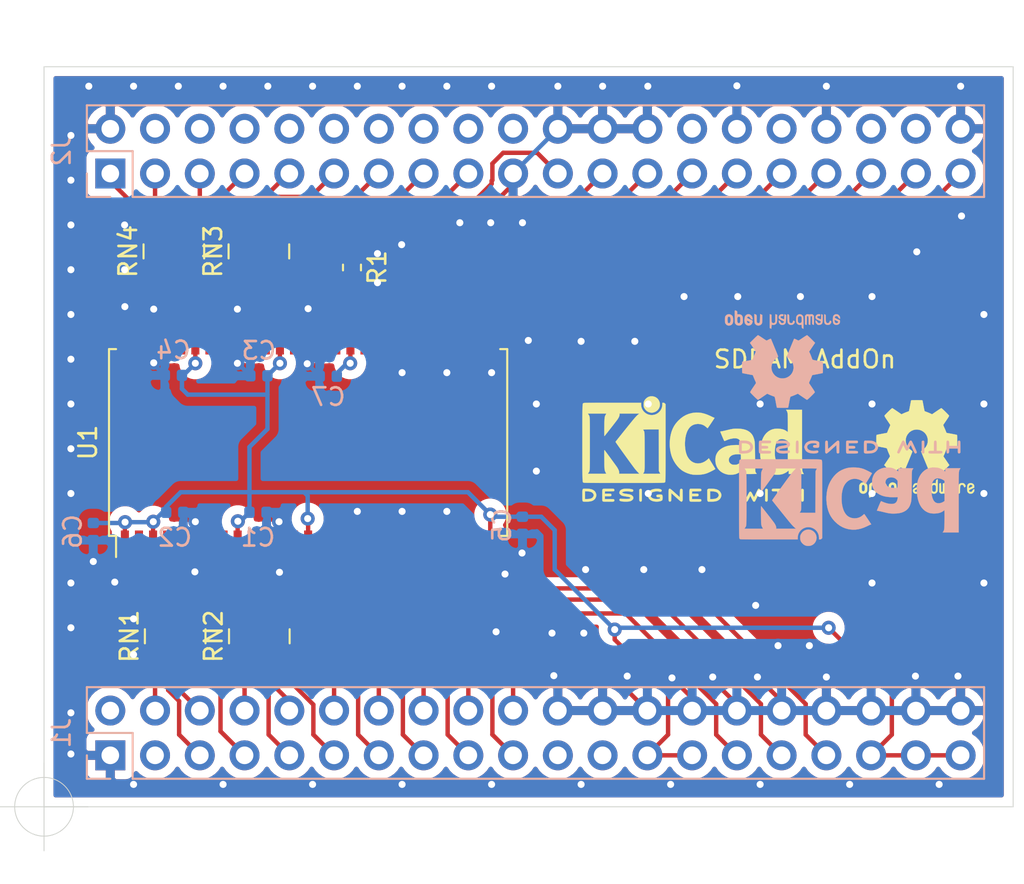
<source format=kicad_pcb>
(kicad_pcb (version 20171130) (host pcbnew 5.1.6+dfsg1-1)
  (layers (0 F.Cu signal) (31 B.Cu signal) (34 B.Paste user) (35 F.Paste user) (36 B.SilkS user) (37 F.SilkS user) (38 B.Mask user) (39 F.Mask user) (44 Edge.Cuts user))
  (net 0 "")
  (net 1 +3V3)
  (net 2 GND)
  (net 3 "Net-(J1-Pad2)")
  (net 4 "Net-(J1-Pad3)")
  (net 5 /D15)
  (net 6 "Net-(J1-Pad5)")
  (net 7 /C15)
  (net 8 "Net-(J1-Pad7)")
  (net 9 /B20)
  (net 10 "Net-(J1-Pad9)")
  (net 11 /E11)
  (net 12 "Net-(J1-Pad11)")
  (net 13 /C12)
  (net 14 "Net-(J1-Pad13)")
  (net 15 /E12)
  (net 16 "Net-(J1-Pad15)")
  (net 17 /D13)
  (net 18 "Net-(J1-Pad17)")
  (net 19 /A14)
  (net 20 "Net-(J1-Pad19)")
  (net 21 /B10)
  (net 22 "Net-(J1-Pad21)")
  (net 23 "Net-(J1-Pad23)")
  (net 24 "Net-(J1-Pad29)")
  (net 25 "Net-(J1-Pad31)")
  (net 26 "Net-(J1-Pad33)")
  (net 27 /K4)
  (net 28 "Net-(J2-Pad38)")
  (net 29 /D14)
  (net 30 "Net-(J2-Pad36)")
  (net 31 /P1)
  (net 32 /C14)
  (net 33 "Net-(J2-Pad32)")
  (net 34 /L1)
  (net 35 /L2)
  (net 36 "Net-(J2-Pad28)")
  (net 37 /N2)
  (net 38 /L3)
  (net 39 /M5)
  (net 40 /K5)
  (net 41 "Net-(J2-Pad20)")
  (net 42 "Net-(J2-Pad18)")
  (net 43 /N3)
  (net 44 "Net-(J2-Pad16)")
  (net 45 /N4)
  (net 46 "Net-(J2-Pad14)")
  (net 47 /M4)
  (net 48 "Net-(J2-Pad12)")
  (net 49 /L4)
  (net 50 "Net-(J2-Pad10)")
  (net 51 /J3)
  (net 52 "Net-(J2-Pad8)")
  (net 53 "Net-(J2-Pad6)")
  (net 54 "Net-(J2-Pad4)")
  (net 55 /K2)
  (net 56 "Net-(RN1-Pad8)")
  (net 57 "Net-(RN1-Pad7)")
  (net 58 "Net-(RN1-Pad6)")
  (net 59 "Net-(RN1-Pad5)")
  (net 60 "Net-(RN2-Pad5)")
  (net 61 "Net-(RN2-Pad6)")
  (net 62 "Net-(RN2-Pad7)")
  (net 63 "Net-(RN2-Pad8)")
  (net 64 "Net-(RN3-Pad4)")
  (net 65 "Net-(RN3-Pad1)")
  (net 66 "Net-(RN3-Pad3)")
  (net 67 "Net-(RN3-Pad2)")
  (net 68 "Net-(RN4-Pad2)")
  (net 69 "Net-(RN4-Pad3)")
  (net 70 "Net-(RN4-Pad1)")
  (net 71 "Net-(RN4-Pad4)")
  (net 72 "Net-(U1-Pad40)")
  (net 73 "Net-(C7-Pad2)")
  (net 74 /J4)
  (net 75 /H2)
  (net 76 /A15)
  (module Symbol:OSHW-Logo2_7.3x6mm_SilkScreen (layer F.Cu) (at 157.53 114.68)
    (fp_text reference REF** hide)
    (fp_text value OSHW-Logo2_7.3x6mm_SilkScreen hide)
  )
  (module Symbol:KiCad-Logo2_5mm_SilkScreen (layer F.Cu) (at 144.83 114.68)
    (fp_text reference REF** hide)
    (fp_text value KiCad-Logo2_5mm_SilkScreen hide)
  )
  (module Symbol:OSHW-Logo2_7.3x6mm_SilkScreen (layer B.Cu) (at 149.91 109.6)
    (fp_text reference REF** hide)
    (fp_text value OSHW-Logo2_7.3x6mm_SilkScreen hide)
  )
  (module Symbol:KiCad-Logo2_5mm_SilkScreen (layer B.Cu) (at 153.72 117.22)
    (fp_text reference REF** hide)
    (fp_text value KiCad-Logo2_5mm_SilkScreen hide)
  )
  (module Capacitor_SMD:C_0402_1005Metric (layer B.Cu) (at 124.129 110.5652)
    (fp_text reference C7 (at 0 1.17) (layer B.SilkS) (effects (justify mirror)))
    (fp_text value DNI)
    (pad 2 smd roundrect (at 0.485 0) (size 0.59 0.64) (layers B.Cu B.Paste B.Mask) (net 73 "Net-(C7-Pad2)"))
    (pad 1 smd roundrect (at -0.485 0) (size 0.59 0.64) (layers B.Cu B.Paste B.Mask) (net 2 GND))
  )
  (module Capacitor_SMD:C_0402_1005Metric (layer B.Cu) (at 110.794 119.379 270)
    (fp_text reference C6 (at 0 1.17 270) (layer B.SilkS) (effects (justify mirror)))
    (fp_text value 0.1u)
    (pad 2 smd roundrect (at 0.485 0 270) (size 0.59 0.64) (layers B.Cu B.Paste B.Mask) (net 2 GND))
    (pad 1 smd roundrect (at -0.485 0 270) (size 0.59 0.64) (layers B.Cu B.Paste B.Mask) (net 1 +3V3))
  )
  (module Capacitor_SMD:C_0402_1005Metric (layer B.Cu) (at 135.1526 119.0234 270)
    (fp_text reference C5 (at 0 1.17 90) (layer B.SilkS) (effects (justify mirror)))
    (fp_text value 4.7u)
    (pad 2 smd roundrect (at 0.485 0 270) (size 0.59 0.64) (layers B.Cu B.Paste B.Mask) (net 2 GND))
    (pad 1 smd roundrect (at -0.485 0 270) (size 0.59 0.64) (layers B.Cu B.Paste B.Mask) (net 1 +3V3))
  )
  (module Resistor_SMD:R_0603_1608Metric (layer F.Cu) (at 125.476 104.394 270)
    (fp_text reference R1 (at 0 -1.43 90) (layer F.SilkS))
    (fp_text value 10)
    (pad 1 smd roundrect (at -0.7875 0 270) (size 0.875 0.95) (layers F.Cu F.Paste F.Mask) (net 40 /K5))
    (pad 2 smd roundrect (at 0.7875 0 270) (size 0.875 0.95) (layers F.Cu F.Paste F.Mask) (net 73 "Net-(C7-Pad2)"))
  )
  (module Capacitor_SMD:C_0402_1005Metric (layer B.Cu) (at 120.142 118.2878)
    (fp_text reference C1 (at 0 1.43) (layer B.SilkS) (effects (justify mirror)))
    (fp_text value 4.7u)
    (pad 2 smd roundrect (at 0.485 0) (size 0.59 0.64) (layers B.Cu B.Paste B.Mask) (net 2 GND))
    (pad 1 smd roundrect (at -0.485 0) (size 0.59 0.64) (layers B.Cu B.Paste B.Mask) (net 1 +3V3))
  )
  (module Capacitor_SMD:C_0402_1005Metric (layer B.Cu) (at 115.4176 118.2878)
    (fp_text reference C2 (at 0 1.43) (layer B.SilkS) (effects (justify mirror)))
    (fp_text value 0.1u)
    (pad 2 smd roundrect (at 0.485 0) (size 0.59 0.64) (layers B.Cu B.Paste B.Mask) (net 2 GND))
    (pad 1 smd roundrect (at -0.485 0) (size 0.59 0.64) (layers B.Cu B.Paste B.Mask) (net 1 +3V3))
  )
  (module Capacitor_SMD:C_0402_1005Metric (layer B.Cu) (at 120.1928 110.5408 180)
    (fp_text reference C3 (at 0 1.43) (layer B.SilkS) (effects (justify mirror)))
    (fp_text value 0.1u)
    (pad 2 smd roundrect (at 0.485 0 180) (size 0.59 0.64) (layers B.Cu B.Paste B.Mask) (net 2 GND))
    (pad 1 smd roundrect (at -0.485 0 180) (size 0.59 0.64) (layers B.Cu B.Paste B.Mask) (net 1 +3V3))
  )
  (module Capacitor_SMD:C_0402_1005Metric (layer B.Cu) (at 115.3414 110.5154 180)
    (fp_text reference C4 (at 0 1.43) (layer B.SilkS) (effects (justify mirror)))
    (fp_text value 0.1u)
    (pad 2 smd roundrect (at 0.485 0 180) (size 0.59 0.64) (layers B.Cu B.Paste B.Mask) (net 2 GND))
    (pad 1 smd roundrect (at -0.485 0 180) (size 0.59 0.64) (layers B.Cu B.Paste B.Mask) (net 1 +3V3))
  )
  (module Connector_PinSocket_2.54mm:PinSocket_2x20_P2.54mm_Vertical (layer B.Cu) (at 111.76 132.08 270)
    (fp_text reference J1 (at -1.27 2.77 270) (layer B.SilkS) (effects (justify mirror)))
    (fp_text value Conn_02x20_Odd_Even)
    (pad 1 thru_hole rect (at 0 0 270) (size 1.7 1.7) (drill 1) (layers *.Cu *.Mask) (net 2 GND))
    (pad 2 thru_hole oval (at -2.54 0 270) (size 1.7 1.7) (drill 1) (layers *.Cu *.Mask) (net 3 "Net-(J1-Pad2)"))
    (pad 3 thru_hole oval (at 0 -2.54 270) (size 1.7 1.7) (drill 1) (layers *.Cu *.Mask) (net 4 "Net-(J1-Pad3)"))
    (pad 4 thru_hole oval (at -2.54 -2.54 270) (size 1.7 1.7) (drill 1) (layers *.Cu *.Mask) (net 5 /D15))
    (pad 5 thru_hole oval (at 0 -5.08 270) (size 1.7 1.7) (drill 1) (layers *.Cu *.Mask) (net 6 "Net-(J1-Pad5)"))
    (pad 6 thru_hole oval (at -2.54 -5.08 270) (size 1.7 1.7) (drill 1) (layers *.Cu *.Mask) (net 7 /C15))
    (pad 7 thru_hole oval (at 0 -7.62 270) (size 1.7 1.7) (drill 1) (layers *.Cu *.Mask) (net 8 "Net-(J1-Pad7)"))
    (pad 8 thru_hole oval (at -2.54 -7.62 270) (size 1.7 1.7) (drill 1) (layers *.Cu *.Mask) (net 9 /B20))
    (pad 9 thru_hole oval (at 0 -10.16 270) (size 1.7 1.7) (drill 1) (layers *.Cu *.Mask) (net 10 "Net-(J1-Pad9)"))
    (pad 10 thru_hole oval (at -2.54 -10.16 270) (size 1.7 1.7) (drill 1) (layers *.Cu *.Mask) (net 11 /E11))
    (pad 11 thru_hole oval (at 0 -12.7 270) (size 1.7 1.7) (drill 1) (layers *.Cu *.Mask) (net 12 "Net-(J1-Pad11)"))
    (pad 12 thru_hole oval (at -2.54 -12.7 270) (size 1.7 1.7) (drill 1) (layers *.Cu *.Mask) (net 13 /C12))
    (pad 13 thru_hole oval (at 0 -15.24 270) (size 1.7 1.7) (drill 1) (layers *.Cu *.Mask) (net 14 "Net-(J1-Pad13)"))
    (pad 14 thru_hole oval (at -2.54 -15.24 270) (size 1.7 1.7) (drill 1) (layers *.Cu *.Mask) (net 15 /E12))
    (pad 15 thru_hole oval (at 0 -17.78 270) (size 1.7 1.7) (drill 1) (layers *.Cu *.Mask) (net 16 "Net-(J1-Pad15)"))
    (pad 16 thru_hole oval (at -2.54 -17.78 270) (size 1.7 1.7) (drill 1) (layers *.Cu *.Mask) (net 17 /D13))
    (pad 17 thru_hole oval (at 0 -20.32 270) (size 1.7 1.7) (drill 1) (layers *.Cu *.Mask) (net 18 "Net-(J1-Pad17)"))
    (pad 18 thru_hole oval (at -2.54 -20.32 270) (size 1.7 1.7) (drill 1) (layers *.Cu *.Mask) (net 19 /A14))
    (pad 19 thru_hole oval (at 0 -22.86 270) (size 1.7 1.7) (drill 1) (layers *.Cu *.Mask) (net 20 "Net-(J1-Pad19)"))
    (pad 20 thru_hole oval (at -2.54 -22.86 270) (size 1.7 1.7) (drill 1) (layers *.Cu *.Mask) (net 21 /B10))
    (pad 21 thru_hole oval (at 0 -25.4 270) (size 1.7 1.7) (drill 1) (layers *.Cu *.Mask) (net 22 "Net-(J1-Pad21)"))
    (pad 22 thru_hole oval (at -2.54 -25.4 270) (size 1.7 1.7) (drill 1) (layers *.Cu *.Mask) (net 2 GND))
    (pad 23 thru_hole oval (at 0 -27.94 270) (size 1.7 1.7) (drill 1) (layers *.Cu *.Mask) (net 23 "Net-(J1-Pad23)"))
    (pad 24 thru_hole oval (at -2.54 -27.94 270) (size 1.7 1.7) (drill 1) (layers *.Cu *.Mask) (net 2 GND))
    (pad 25 thru_hole oval (at 0 -30.48 270) (size 1.7 1.7) (drill 1) (layers *.Cu *.Mask) (net 1 +3V3))
    (pad 26 thru_hole oval (at -2.54 -30.48 270) (size 1.7 1.7) (drill 1) (layers *.Cu *.Mask) (net 2 GND))
    (pad 27 thru_hole oval (at 0 -33.02 270) (size 1.7 1.7) (drill 1) (layers *.Cu *.Mask) (net 1 +3V3))
    (pad 28 thru_hole oval (at -2.54 -33.02 270) (size 1.7 1.7) (drill 1) (layers *.Cu *.Mask) (net 2 GND))
    (pad 29 thru_hole oval (at 0 -35.56 270) (size 1.7 1.7) (drill 1) (layers *.Cu *.Mask) (net 24 "Net-(J1-Pad29)"))
    (pad 30 thru_hole oval (at -2.54 -35.56 270) (size 1.7 1.7) (drill 1) (layers *.Cu *.Mask) (net 2 GND))
    (pad 31 thru_hole oval (at 0 -38.1 270) (size 1.7 1.7) (drill 1) (layers *.Cu *.Mask) (net 25 "Net-(J1-Pad31)"))
    (pad 32 thru_hole oval (at -2.54 -38.1 270) (size 1.7 1.7) (drill 1) (layers *.Cu *.Mask) (net 2 GND))
    (pad 33 thru_hole oval (at 0 -40.64 270) (size 1.7 1.7) (drill 1) (layers *.Cu *.Mask) (net 26 "Net-(J1-Pad33)"))
    (pad 34 thru_hole oval (at -2.54 -40.64 270) (size 1.7 1.7) (drill 1) (layers *.Cu *.Mask) (net 2 GND))
    (pad 35 thru_hole oval (at 0 -43.18 270) (size 1.7 1.7) (drill 1) (layers *.Cu *.Mask) (net 1 +3V3))
    (pad 36 thru_hole oval (at -2.54 -43.18 270) (size 1.7 1.7) (drill 1) (layers *.Cu *.Mask) (net 2 GND))
    (pad 37 thru_hole oval (at 0 -45.72 270) (size 1.7 1.7) (drill 1) (layers *.Cu *.Mask) (net 1 +3V3))
    (pad 38 thru_hole oval (at -2.54 -45.72 270) (size 1.7 1.7) (drill 1) (layers *.Cu *.Mask) (net 2 GND))
    (pad 39 thru_hole oval (at 0 -48.26 270) (size 1.7 1.7) (drill 1) (layers *.Cu *.Mask) (net 1 +3V3))
    (pad 40 thru_hole oval (at -2.54 -48.26 270) (size 1.7 1.7) (drill 1) (layers *.Cu *.Mask) (net 2 GND))
  )
  (module Connector_PinSocket_2.54mm:PinSocket_2x20_P2.54mm_Vertical (layer B.Cu) (at 111.76 99.06 270)
    (fp_text reference J2 (at -1.27 2.77 270) (layer B.SilkS) (effects (justify mirror)))
    (fp_text value Conn_02x20_Odd_Even)
    (pad 40 thru_hole oval (at -2.54 -48.26 270) (size 1.7 1.7) (drill 1) (layers *.Cu *.Mask) (net 2 GND))
    (pad 39 thru_hole oval (at 0 -48.26 270) (size 1.7 1.7) (drill 1) (layers *.Cu *.Mask) (net 27 /K4))
    (pad 38 thru_hole oval (at -2.54 -45.72 270) (size 1.7 1.7) (drill 1) (layers *.Cu *.Mask) (net 28 "Net-(J2-Pad38)"))
    (pad 37 thru_hole oval (at 0 -45.72 270) (size 1.7 1.7) (drill 1) (layers *.Cu *.Mask) (net 29 /D14))
    (pad 36 thru_hole oval (at -2.54 -43.18 270) (size 1.7 1.7) (drill 1) (layers *.Cu *.Mask) (net 30 "Net-(J2-Pad36)"))
    (pad 35 thru_hole oval (at 0 -43.18 270) (size 1.7 1.7) (drill 1) (layers *.Cu *.Mask) (net 31 /P1))
    (pad 34 thru_hole oval (at -2.54 -40.64 270) (size 1.7 1.7) (drill 1) (layers *.Cu *.Mask) (net 2 GND))
    (pad 33 thru_hole oval (at 0 -40.64 270) (size 1.7 1.7) (drill 1) (layers *.Cu *.Mask) (net 32 /C14))
    (pad 32 thru_hole oval (at -2.54 -38.1 270) (size 1.7 1.7) (drill 1) (layers *.Cu *.Mask) (net 33 "Net-(J2-Pad32)"))
    (pad 31 thru_hole oval (at 0 -38.1 270) (size 1.7 1.7) (drill 1) (layers *.Cu *.Mask) (net 34 /L1))
    (pad 30 thru_hole oval (at -2.54 -35.56 270) (size 1.7 1.7) (drill 1) (layers *.Cu *.Mask) (net 2 GND))
    (pad 29 thru_hole oval (at 0 -35.56 270) (size 1.7 1.7) (drill 1) (layers *.Cu *.Mask) (net 35 /L2))
    (pad 28 thru_hole oval (at -2.54 -33.02 270) (size 1.7 1.7) (drill 1) (layers *.Cu *.Mask) (net 36 "Net-(J2-Pad28)"))
    (pad 27 thru_hole oval (at 0 -33.02 270) (size 1.7 1.7) (drill 1) (layers *.Cu *.Mask) (net 37 /N2))
    (pad 26 thru_hole oval (at -2.54 -30.48 270) (size 1.7 1.7) (drill 1) (layers *.Cu *.Mask) (net 2 GND))
    (pad 25 thru_hole oval (at 0 -30.48 270) (size 1.7 1.7) (drill 1) (layers *.Cu *.Mask) (net 38 /L3))
    (pad 24 thru_hole oval (at -2.54 -27.94 270) (size 1.7 1.7) (drill 1) (layers *.Cu *.Mask) (net 2 GND))
    (pad 23 thru_hole oval (at 0 -27.94 270) (size 1.7 1.7) (drill 1) (layers *.Cu *.Mask) (net 39 /M5))
    (pad 22 thru_hole oval (at -2.54 -25.4 270) (size 1.7 1.7) (drill 1) (layers *.Cu *.Mask) (net 2 GND))
    (pad 21 thru_hole oval (at 0 -25.4 270) (size 1.7 1.7) (drill 1) (layers *.Cu *.Mask) (net 40 /K5))
    (pad 20 thru_hole oval (at -2.54 -22.86 270) (size 1.7 1.7) (drill 1) (layers *.Cu *.Mask) (net 41 "Net-(J2-Pad20)"))
    (pad 19 thru_hole oval (at 0 -22.86 270) (size 1.7 1.7) (drill 1) (layers *.Cu *.Mask) (net 2 GND))
    (pad 18 thru_hole oval (at -2.54 -20.32 270) (size 1.7 1.7) (drill 1) (layers *.Cu *.Mask) (net 42 "Net-(J2-Pad18)"))
    (pad 17 thru_hole oval (at 0 -20.32 270) (size 1.7 1.7) (drill 1) (layers *.Cu *.Mask) (net 43 /N3))
    (pad 16 thru_hole oval (at -2.54 -17.78 270) (size 1.7 1.7) (drill 1) (layers *.Cu *.Mask) (net 44 "Net-(J2-Pad16)"))
    (pad 15 thru_hole oval (at 0 -17.78 270) (size 1.7 1.7) (drill 1) (layers *.Cu *.Mask) (net 45 /N4))
    (pad 14 thru_hole oval (at -2.54 -15.24 270) (size 1.7 1.7) (drill 1) (layers *.Cu *.Mask) (net 46 "Net-(J2-Pad14)"))
    (pad 13 thru_hole oval (at 0 -15.24 270) (size 1.7 1.7) (drill 1) (layers *.Cu *.Mask) (net 47 /M4))
    (pad 12 thru_hole oval (at -2.54 -12.7 270) (size 1.7 1.7) (drill 1) (layers *.Cu *.Mask) (net 48 "Net-(J2-Pad12)"))
    (pad 11 thru_hole oval (at 0 -12.7 270) (size 1.7 1.7) (drill 1) (layers *.Cu *.Mask) (net 49 /L4))
    (pad 10 thru_hole oval (at -2.54 -10.16 270) (size 1.7 1.7) (drill 1) (layers *.Cu *.Mask) (net 50 "Net-(J2-Pad10)"))
    (pad 9 thru_hole oval (at 0 -10.16 270) (size 1.7 1.7) (drill 1) (layers *.Cu *.Mask) (net 51 /J3))
    (pad 8 thru_hole oval (at -2.54 -7.62 270) (size 1.7 1.7) (drill 1) (layers *.Cu *.Mask) (net 52 "Net-(J2-Pad8)"))
    (pad 7 thru_hole oval (at 0 -7.62 270) (size 1.7 1.7) (drill 1) (layers *.Cu *.Mask) (net 74 /J4))
    (pad 6 thru_hole oval (at -2.54 -5.08 270) (size 1.7 1.7) (drill 1) (layers *.Cu *.Mask) (net 53 "Net-(J2-Pad6)"))
    (pad 5 thru_hole oval (at 0 -5.08 270) (size 1.7 1.7) (drill 1) (layers *.Cu *.Mask) (net 75 /H2))
    (pad 4 thru_hole oval (at -2.54 -2.54 270) (size 1.7 1.7) (drill 1) (layers *.Cu *.Mask) (net 54 "Net-(J2-Pad4)"))
    (pad 3 thru_hole oval (at 0 -2.54 270) (size 1.7 1.7) (drill 1) (layers *.Cu *.Mask) (net 76 /A15))
    (pad 2 thru_hole oval (at -2.54 0 270) (size 1.7 1.7) (drill 1) (layers *.Cu *.Mask) (net 2 GND))
    (pad 1 thru_hole rect (at 0 0 270) (size 1.7 1.7) (drill 1) (layers *.Cu *.Mask) (net 55 /K2))
  )
  (module Resistor_SMD:R_Array_Concave_4x0603 (layer F.Cu) (at 115.443 125.3236 90)
    (fp_text reference RN1 (at 0 -2.6 90) (layer F.SilkS))
    (fp_text value 10x4)
    (pad 2 smd rect (at -0.85 -0.4 90) (size 0.9 0.4) (layers F.Cu F.Paste F.Mask) (net 6 "Net-(J1-Pad5)"))
    (pad 3 smd rect (at -0.85 0.4 90) (size 0.9 0.4) (layers F.Cu F.Paste F.Mask) (net 7 /C15))
    (pad 1 smd rect (at -0.85 -1.2 90) (size 0.9 0.4) (layers F.Cu F.Paste F.Mask) (net 5 /D15))
    (pad 4 smd rect (at -0.85 1.2 90) (size 0.9 0.4) (layers F.Cu F.Paste F.Mask) (net 8 "Net-(J1-Pad7)"))
    (pad 8 smd rect (at 0.85 -1.2 90) (size 0.9 0.4) (layers F.Cu F.Paste F.Mask) (net 56 "Net-(RN1-Pad8)"))
    (pad 7 smd rect (at 0.85 -0.4 90) (size 0.9 0.4) (layers F.Cu F.Paste F.Mask) (net 57 "Net-(RN1-Pad7)"))
    (pad 6 smd rect (at 0.85 0.4 90) (size 0.9 0.4) (layers F.Cu F.Paste F.Mask) (net 58 "Net-(RN1-Pad6)"))
    (pad 5 smd rect (at 0.85 1.2 90) (size 0.9 0.4) (layers F.Cu F.Paste F.Mask) (net 59 "Net-(RN1-Pad5)"))
  )
  (module Resistor_SMD:R_Array_Concave_4x0603 (layer F.Cu) (at 120.2182 125.3236 90)
    (fp_text reference RN2 (at 0 -2.6 90) (layer F.SilkS))
    (fp_text value 10x4)
    (pad 5 smd rect (at 0.85 1.2 90) (size 0.9 0.4) (layers F.Cu F.Paste F.Mask) (net 60 "Net-(RN2-Pad5)"))
    (pad 6 smd rect (at 0.85 0.4 90) (size 0.9 0.4) (layers F.Cu F.Paste F.Mask) (net 61 "Net-(RN2-Pad6)"))
    (pad 7 smd rect (at 0.85 -0.4 90) (size 0.9 0.4) (layers F.Cu F.Paste F.Mask) (net 62 "Net-(RN2-Pad7)"))
    (pad 8 smd rect (at 0.85 -1.2 90) (size 0.9 0.4) (layers F.Cu F.Paste F.Mask) (net 63 "Net-(RN2-Pad8)"))
    (pad 4 smd rect (at -0.85 1.2 90) (size 0.9 0.4) (layers F.Cu F.Paste F.Mask) (net 12 "Net-(J1-Pad11)"))
    (pad 1 smd rect (at -0.85 -1.2 90) (size 0.9 0.4) (layers F.Cu F.Paste F.Mask) (net 9 /B20))
    (pad 3 smd rect (at -0.85 0.4 90) (size 0.9 0.4) (layers F.Cu F.Paste F.Mask) (net 11 /E11))
    (pad 2 smd rect (at -0.85 -0.4 90) (size 0.9 0.4) (layers F.Cu F.Paste F.Mask) (net 10 "Net-(J1-Pad9)"))
  )
  (module Resistor_SMD:R_Array_Concave_4x0603 (layer F.Cu) (at 120.1928 103.4796 90)
    (fp_text reference RN3 (at 0 -2.6 90) (layer F.SilkS))
    (fp_text value 10x4)
    (pad 5 smd rect (at 0.85 1.2 90) (size 0.9 0.4) (layers F.Cu F.Paste F.Mask) (net 45 /N4))
    (pad 6 smd rect (at 0.85 0.4 90) (size 0.9 0.4) (layers F.Cu F.Paste F.Mask) (net 47 /M4))
    (pad 7 smd rect (at 0.85 -0.4 90) (size 0.9 0.4) (layers F.Cu F.Paste F.Mask) (net 49 /L4))
    (pad 8 smd rect (at 0.85 -1.2 90) (size 0.9 0.4) (layers F.Cu F.Paste F.Mask) (net 51 /J3))
    (pad 4 smd rect (at -0.85 1.2 90) (size 0.9 0.4) (layers F.Cu F.Paste F.Mask) (net 64 "Net-(RN3-Pad4)"))
    (pad 1 smd rect (at -0.85 -1.2 90) (size 0.9 0.4) (layers F.Cu F.Paste F.Mask) (net 65 "Net-(RN3-Pad1)"))
    (pad 3 smd rect (at -0.85 0.4 90) (size 0.9 0.4) (layers F.Cu F.Paste F.Mask) (net 66 "Net-(RN3-Pad3)"))
    (pad 2 smd rect (at -0.85 -0.4 90) (size 0.9 0.4) (layers F.Cu F.Paste F.Mask) (net 67 "Net-(RN3-Pad2)"))
  )
  (module Resistor_SMD:R_Array_Concave_4x0603 (layer F.Cu) (at 115.3668 103.4796 90)
    (fp_text reference RN4 (at 0 -2.6 90) (layer F.SilkS))
    (fp_text value 10x4)
    (pad 2 smd rect (at -0.85 -0.4 90) (size 0.9 0.4) (layers F.Cu F.Paste F.Mask) (net 68 "Net-(RN4-Pad2)"))
    (pad 3 smd rect (at -0.85 0.4 90) (size 0.9 0.4) (layers F.Cu F.Paste F.Mask) (net 69 "Net-(RN4-Pad3)"))
    (pad 1 smd rect (at -0.85 -1.2 90) (size 0.9 0.4) (layers F.Cu F.Paste F.Mask) (net 70 "Net-(RN4-Pad1)"))
    (pad 4 smd rect (at -0.85 1.2 90) (size 0.9 0.4) (layers F.Cu F.Paste F.Mask) (net 71 "Net-(RN4-Pad4)"))
    (pad 8 smd rect (at 0.85 -1.2 90) (size 0.9 0.4) (layers F.Cu F.Paste F.Mask) (net 55 /K2))
    (pad 7 smd rect (at 0.85 -0.4 90) (size 0.9 0.4) (layers F.Cu F.Paste F.Mask) (net 76 /A15))
    (pad 6 smd rect (at 0.85 0.4 90) (size 0.9 0.4) (layers F.Cu F.Paste F.Mask) (net 75 /H2))
    (pad 5 smd rect (at 0.85 1.2 90) (size 0.9 0.4) (layers F.Cu F.Paste F.Mask) (net 74 /J4))
  )
  (module Package_SO:TSOP-II-54_22.2x10.16mm_P0.8mm (layer F.Cu) (at 122.9868 114.3254 90)
    (fp_text reference U1 (at 0 -12.5 90) (layer F.SilkS))
    (fp_text value AS4C32M16SB)
    (pad 1 smd rect (at -5.75 -10.4 90) (size 1.51 0.458) (layers F.Cu F.Paste F.Mask) (net 1 +3V3))
    (pad 2 smd rect (at -5.75 -9.6 90) (size 1.51 0.458) (layers F.Cu F.Paste F.Mask) (net 56 "Net-(RN1-Pad8)"))
    (pad 3 smd rect (at -5.75 -8.8 90) (size 1.51 0.458) (layers F.Cu F.Paste F.Mask) (net 1 +3V3))
    (pad 4 smd rect (at -5.75 -8 90) (size 1.51 0.458) (layers F.Cu F.Paste F.Mask) (net 57 "Net-(RN1-Pad7)"))
    (pad 5 smd rect (at -5.75 -7.2 90) (size 1.51 0.458) (layers F.Cu F.Paste F.Mask) (net 58 "Net-(RN1-Pad6)"))
    (pad 6 smd rect (at -5.75 -6.4 90) (size 1.51 0.458) (layers F.Cu F.Paste F.Mask) (net 2 GND))
    (pad 7 smd rect (at -5.75 -5.6 90) (size 1.51 0.458) (layers F.Cu F.Paste F.Mask) (net 59 "Net-(RN1-Pad5)"))
    (pad 8 smd rect (at -5.75 -4.8 90) (size 1.51 0.458) (layers F.Cu F.Paste F.Mask) (net 63 "Net-(RN2-Pad8)"))
    (pad 9 smd rect (at -5.75 -4 90) (size 1.51 0.458) (layers F.Cu F.Paste F.Mask) (net 1 +3V3))
    (pad 10 smd rect (at -5.75 -3.2 90) (size 1.51 0.458) (layers F.Cu F.Paste F.Mask) (net 62 "Net-(RN2-Pad7)"))
    (pad 11 smd rect (at -5.75 -2.4 90) (size 1.51 0.458) (layers F.Cu F.Paste F.Mask) (net 61 "Net-(RN2-Pad6)"))
    (pad 12 smd rect (at -5.75 -1.6 90) (size 1.51 0.458) (layers F.Cu F.Paste F.Mask) (net 2 GND))
    (pad 13 smd rect (at -5.75 -0.8 90) (size 1.51 0.458) (layers F.Cu F.Paste F.Mask) (net 60 "Net-(RN2-Pad5)"))
    (pad 14 smd rect (at -5.75 0 90) (size 1.51 0.458) (layers F.Cu F.Paste F.Mask) (net 1 +3V3))
    (pad 15 smd rect (at -5.75 0.8 90) (size 1.51 0.458) (layers F.Cu F.Paste F.Mask) (net 13 /C12))
    (pad 16 smd rect (at -5.75 1.6 90) (size 1.51 0.458) (layers F.Cu F.Paste F.Mask) (net 14 "Net-(J1-Pad13)"))
    (pad 17 smd rect (at -5.75 2.4 90) (size 1.51 0.458) (layers F.Cu F.Paste F.Mask) (net 15 /E12))
    (pad 18 smd rect (at -5.75 3.2 90) (size 1.51 0.458) (layers F.Cu F.Paste F.Mask) (net 16 "Net-(J1-Pad15)"))
    (pad 19 smd rect (at -5.75 4 90) (size 1.51 0.458) (layers F.Cu F.Paste F.Mask) (net 17 /D13))
    (pad 20 smd rect (at -5.75 4.8 90) (size 1.51 0.458) (layers F.Cu F.Paste F.Mask) (net 18 "Net-(J1-Pad17)"))
    (pad 21 smd rect (at -5.75 5.6 90) (size 1.51 0.458) (layers F.Cu F.Paste F.Mask) (net 19 /A14))
    (pad 22 smd rect (at -5.75 6.4 90) (size 1.51 0.458) (layers F.Cu F.Paste F.Mask) (net 20 "Net-(J1-Pad19)"))
    (pad 23 smd rect (at -5.75 7.2 90) (size 1.51 0.458) (layers F.Cu F.Paste F.Mask) (net 21 /B10))
    (pad 24 smd rect (at -5.75 8 90) (size 1.51 0.458) (layers F.Cu F.Paste F.Mask) (net 24 "Net-(J1-Pad29)"))
    (pad 25 smd rect (at -5.75 8.8 90) (size 1.51 0.458) (layers F.Cu F.Paste F.Mask) (net 25 "Net-(J1-Pad31)"))
    (pad 26 smd rect (at -5.75 9.6 90) (size 1.51 0.458) (layers F.Cu F.Paste F.Mask) (net 26 "Net-(J1-Pad33)"))
    (pad 27 smd rect (at -5.75 10.4 90) (size 1.51 0.458) (layers F.Cu F.Paste F.Mask) (net 1 +3V3))
    (pad 28 smd rect (at 5.75 10.4 90) (size 1.51 0.458) (layers F.Cu F.Paste F.Mask) (net 2 GND))
    (pad 29 smd rect (at 5.75 9.6 90) (size 1.51 0.458) (layers F.Cu F.Paste F.Mask) (net 27 /K4))
    (pad 30 smd rect (at 5.75 8.8 90) (size 1.51 0.458) (layers F.Cu F.Paste F.Mask) (net 29 /D14))
    (pad 31 smd rect (at 5.75 8 90) (size 1.51 0.458) (layers F.Cu F.Paste F.Mask) (net 31 /P1))
    (pad 32 smd rect (at 5.75 7.2 90) (size 1.51 0.458) (layers F.Cu F.Paste F.Mask) (net 32 /C14))
    (pad 33 smd rect (at 5.75 6.4 90) (size 1.51 0.458) (layers F.Cu F.Paste F.Mask) (net 34 /L1))
    (pad 34 smd rect (at 5.75 5.6 90) (size 1.51 0.458) (layers F.Cu F.Paste F.Mask) (net 35 /L2))
    (pad 35 smd rect (at 5.75 4.8 90) (size 1.51 0.458) (layers F.Cu F.Paste F.Mask) (net 37 /N2))
    (pad 36 smd rect (at 5.75 4 90) (size 1.51 0.458) (layers F.Cu F.Paste F.Mask) (net 38 /L3))
    (pad 37 smd rect (at 5.75 3.2 90) (size 1.51 0.458) (layers F.Cu F.Paste F.Mask) (net 39 /M5))
    (pad 38 smd rect (at 5.75 2.4 90) (size 1.51 0.458) (layers F.Cu F.Paste F.Mask) (net 73 "Net-(C7-Pad2)"))
    (pad 39 smd rect (at 5.75 1.6 90) (size 1.51 0.458) (layers F.Cu F.Paste F.Mask) (net 43 /N3))
    (pad 40 smd rect (at 5.75 0.8 90) (size 1.51 0.458) (layers F.Cu F.Paste F.Mask) (net 72 "Net-(U1-Pad40)"))
    (pad 41 smd rect (at 5.75 0 90) (size 1.51 0.458) (layers F.Cu F.Paste F.Mask) (net 2 GND))
    (pad 42 smd rect (at 5.75 -0.8 90) (size 1.51 0.458) (layers F.Cu F.Paste F.Mask) (net 64 "Net-(RN3-Pad4)"))
    (pad 43 smd rect (at 5.75 -1.6 90) (size 1.51 0.458) (layers F.Cu F.Paste F.Mask) (net 1 +3V3))
    (pad 44 smd rect (at 5.75 -2.4 90) (size 1.51 0.458) (layers F.Cu F.Paste F.Mask) (net 66 "Net-(RN3-Pad3)"))
    (pad 45 smd rect (at 5.75 -3.2 90) (size 1.51 0.458) (layers F.Cu F.Paste F.Mask) (net 67 "Net-(RN3-Pad2)"))
    (pad 46 smd rect (at 5.75 -4 90) (size 1.51 0.458) (layers F.Cu F.Paste F.Mask) (net 2 GND))
    (pad 47 smd rect (at 5.75 -4.8 90) (size 1.51 0.458) (layers F.Cu F.Paste F.Mask) (net 65 "Net-(RN3-Pad1)"))
    (pad 48 smd rect (at 5.75 -5.6 90) (size 1.51 0.458) (layers F.Cu F.Paste F.Mask) (net 71 "Net-(RN4-Pad4)"))
    (pad 49 smd rect (at 5.75 -6.4 90) (size 1.51 0.458) (layers F.Cu F.Paste F.Mask) (net 1 +3V3))
    (pad 50 smd rect (at 5.75 -7.2 90) (size 1.51 0.458) (layers F.Cu F.Paste F.Mask) (net 69 "Net-(RN4-Pad3)"))
    (pad 51 smd rect (at 5.75 -8 90) (size 1.51 0.458) (layers F.Cu F.Paste F.Mask) (net 68 "Net-(RN4-Pad2)"))
    (pad 52 smd rect (at 5.75 -8.8 90) (size 1.51 0.458) (layers F.Cu F.Paste F.Mask) (net 2 GND))
    (pad 53 smd rect (at 5.75 -9.6 90) (size 1.51 0.458) (layers F.Cu F.Paste F.Mask) (net 70 "Net-(RN4-Pad1)"))
    (pad 54 smd rect (at 5.75 -10.4 90) (size 1.51 0.458) (layers F.Cu F.Paste F.Mask) (net 2 GND))
  )
  (gr_text "SDRAM AddOn" (at 151.18 109.6) (layer F.SilkS) (effects (font (size 1 1))))
  (target plus (at 108 135) (size 5) (width 0.05) (layer Edge.Cuts))
  (gr_line (start 163 135) (end 108 135) (layer Edge.Cuts) (width 0.05))
  (gr_line (start 163 93) (end 163 135) (layer Edge.Cuts) (width 0.05))
  (gr_line (start 108 93) (end 163 93) (layer Edge.Cuts) (width 0.05))
  (gr_line (start 108 135) (end 108 93) (layer Edge.Cuts) (width 0.05))
  (via (at 121.3866 109.8296) (size 0.8) (drill 0.4) (layers F.Cu B.Cu) (net 1))
  (segment (start 120.6778 110.5384) (end 121.3866 109.8296) (width 0.25) (layer B.Cu) (net 1))
  (segment (start 120.6778 110.5408) (end 120.6778 110.5384) (width 0.25) (layer B.Cu) (net 1))
  (segment (start 121.3866 108.5756) (end 121.3868 108.5754) (width 0.25) (layer F.Cu) (net 1))
  (segment (start 121.3866 109.8296) (end 121.3866 108.5756) (width 0.25) (layer F.Cu) (net 1))
  (via (at 116.586 109.8296) (size 0.8) (drill 0.4) (layers F.Cu B.Cu) (net 1))
  (segment (start 115.9002 110.5154) (end 116.586 109.8296) (width 0.25) (layer B.Cu) (net 1))
  (segment (start 115.8264 110.5154) (end 115.9002 110.5154) (width 0.25) (layer B.Cu) (net 1))
  (segment (start 116.586 108.5762) (end 116.5868 108.5754) (width 0.25) (layer F.Cu) (net 1))
  (segment (start 116.586 109.8296) (end 116.586 108.5762) (width 0.25) (layer F.Cu) (net 1))
  (via (at 114.1984 118.8212) (size 0.8) (drill 0.4) (layers F.Cu B.Cu) (net 1))
  (segment (start 114.1868 118.8328) (end 114.1984 118.8212) (width 0.25) (layer F.Cu) (net 1))
  (segment (start 114.1868 120.0754) (end 114.1868 118.8328) (width 0.25) (layer F.Cu) (net 1))
  (segment (start 114.7064 118.3132) (end 115.0596 118.3132) (width 0.25) (layer B.Cu) (net 1))
  (segment (start 114.1984 118.8212) (end 114.7064 118.3132) (width 0.25) (layer B.Cu) (net 1))
  (via (at 118.999 118.7958) (size 0.8) (drill 0.4) (layers F.Cu B.Cu) (net 1))
  (segment (start 118.9868 118.808) (end 118.999 118.7958) (width 0.25) (layer F.Cu) (net 1))
  (segment (start 118.9868 120.0754) (end 118.9868 118.808) (width 0.25) (layer F.Cu) (net 1))
  (segment (start 119.149 118.7958) (end 119.657 118.2878) (width 0.25) (layer B.Cu) (net 1))
  (segment (start 118.999 118.7958) (end 119.149 118.7958) (width 0.25) (layer B.Cu) (net 1))
  (segment (start 120.6778 113.561) (end 119.657 114.5818) (width 0.25) (layer B.Cu) (net 1))
  (segment (start 115.8264 110.5154) (end 115.8264 111.2798) (width 0.25) (layer B.Cu) (net 1))
  (segment (start 116.1566 111.61) (end 120.6778 111.61) (width 0.25) (layer B.Cu) (net 1))
  (segment (start 115.8264 111.2798) (end 116.1566 111.61) (width 0.25) (layer B.Cu) (net 1))
  (segment (start 120.6778 111.61) (end 120.6778 113.561) (width 0.25) (layer B.Cu) (net 1))
  (segment (start 120.6778 110.5408) (end 120.6778 111.61) (width 0.25) (layer B.Cu) (net 1))
  (segment (start 115.7532 117.1472) (end 119.657 117.1472) (width 0.25) (layer B.Cu) (net 1))
  (segment (start 114.9326 117.9678) (end 115.7532 117.1472) (width 0.25) (layer B.Cu) (net 1))
  (segment (start 114.9326 118.2878) (end 114.9326 117.9678) (width 0.25) (layer B.Cu) (net 1))
  (segment (start 119.657 117.1472) (end 119.657 118.2878) (width 0.25) (layer B.Cu) (net 1))
  (segment (start 119.657 114.5818) (end 119.657 117.1472) (width 0.25) (layer B.Cu) (net 1))
  (via (at 122.9614 118.6434) (size 0.8) (drill 0.4) (layers F.Cu B.Cu) (net 1))
  (segment (start 122.9868 118.6688) (end 122.9614 118.6434) (width 0.25) (layer F.Cu) (net 1))
  (segment (start 122.9868 120.0754) (end 122.9868 118.6688) (width 0.25) (layer F.Cu) (net 1))
  (segment (start 122.9614 118.6434) (end 122.9614 117.348) (width 0.25) (layer B.Cu) (net 1))
  (segment (start 122.7606 117.1472) (end 119.657 117.1472) (width 0.25) (layer B.Cu) (net 1))
  (segment (start 122.9614 117.348) (end 122.7606 117.1472) (width 0.25) (layer B.Cu) (net 1))
  (via (at 133.3246 118.4148) (size 0.8) (drill 0.4) (layers F.Cu B.Cu) (net 1))
  (segment (start 132.057 117.1472) (end 133.3246 118.4148) (width 0.25) (layer B.Cu) (net 1))
  (segment (start 122.7606 117.1472) (end 132.057 117.1472) (width 0.25) (layer B.Cu) (net 1))
  (segment (start 133.3246 120.0132) (end 133.3868 120.0754) (width 0.25) (layer F.Cu) (net 1))
  (segment (start 133.3246 118.4148) (end 133.3246 120.0132) (width 0.25) (layer F.Cu) (net 1))
  (segment (start 144.78 132.08) (end 142.24 132.08) (width 0.25) (layer F.Cu) (net 1))
  (via (at 140.3858 124.9426) (size 0.8) (drill 0.4) (layers F.Cu B.Cu) (net 1))
  (segment (start 160.02 132.08) (end 157.48 132.08) (width 0.25) (layer F.Cu) (net 1))
  (segment (start 157.48 132.08) (end 154.94 132.08) (width 0.25) (layer F.Cu) (net 1))
  (via (at 152.527 124.841) (size 0.8) (drill 0.4) (layers F.Cu B.Cu) (net 1))
  (segment (start 156.115001 128.429001) (end 152.527 124.841) (width 0.25) (layer F.Cu) (net 1))
  (segment (start 156.115001 130.904999) (end 156.115001 128.429001) (width 0.25) (layer F.Cu) (net 1))
  (segment (start 154.94 132.08) (end 156.115001 130.904999) (width 0.25) (layer F.Cu) (net 1))
  (segment (start 140.4874 124.841) (end 140.3858 124.9426) (width 0.25) (layer B.Cu) (net 1))
  (segment (start 152.527 124.841) (end 140.4874 124.841) (width 0.25) (layer B.Cu) (net 1))
  (segment (start 142.24 132.08) (end 143.415001 130.904999) (width 0.25) (layer F.Cu) (net 1))
  (segment (start 140.3858 125.508285) (end 140.3858 124.9426) (width 0.25) (layer F.Cu) (net 1))
  (segment (start 143.415001 130.904999) (end 143.415001 128.537486) (width 0.25) (layer F.Cu) (net 1))
  (segment (start 143.415001 128.537486) (end 140.3858 125.508285) (width 0.25) (layer F.Cu) (net 1))
  (via (at 112.5982 118.8466) (size 0.8) (drill 0.4) (layers F.Cu B.Cu) (net 1))
  (segment (start 112.5868 118.858) (end 112.5982 118.8466) (width 0.25) (layer F.Cu) (net 1))
  (segment (start 112.5868 120.0754) (end 112.5868 118.858) (width 0.25) (layer F.Cu) (net 1))
  (segment (start 114.173 118.8466) (end 114.1984 118.8212) (width 0.25) (layer B.Cu) (net 1))
  (segment (start 112.5982 118.8466) (end 114.173 118.8466) (width 0.25) (layer B.Cu) (net 1))
  (segment (start 135 118.5684) (end 134.8962 118.4646) (width 0.25) (layer B.Cu) (net 1))
  (segment (start 133.3744 118.4646) (end 133.3246 118.4148) (width 0.25) (layer B.Cu) (net 1))
  (segment (start 140.3858 124.9426) (end 136.9814 121.5382) (width 0.25) (layer B.Cu) (net 1))
  (segment (start 136.9814 121.5382) (end 136.9814 119.3028) (width 0.25) (layer B.Cu) (net 1))
  (segment (start 136.217 118.5384) (end 135.1526 118.5384) (width 0.25) (layer B.Cu) (net 1))
  (segment (start 136.9814 119.3028) (end 136.217 118.5384) (width 0.25) (layer B.Cu) (net 1))
  (segment (start 133.4482 118.5384) (end 133.3246 118.4148) (width 0.25) (layer B.Cu) (net 1))
  (segment (start 135.1526 118.5384) (end 133.4482 118.5384) (width 0.25) (layer B.Cu) (net 1))
  (segment (start 112.5508 118.894) (end 112.5982 118.8466) (width 0.25) (layer B.Cu) (net 1))
  (segment (start 110.794 118.894) (end 112.5508 118.894) (width 0.25) (layer B.Cu) (net 1))
  (via (at 118.9736 109.8296) (size 0.8) (drill 0.4) (layers F.Cu B.Cu) (net 2))
  (segment (start 118.9868 109.8164) (end 118.9736 109.8296) (width 0.25) (layer F.Cu) (net 2))
  (segment (start 118.9868 108.5754) (end 118.9868 109.8164) (width 0.25) (layer F.Cu) (net 2))
  (segment (start 118.9966 109.8296) (end 119.7078 110.5408) (width 0.25) (layer B.Cu) (net 2))
  (segment (start 118.9736 109.8296) (end 118.9966 109.8296) (width 0.25) (layer B.Cu) (net 2))
  (segment (start 114.1868 109.7672) (end 114.2238 109.8042) (width 0.25) (layer F.Cu) (net 2))
  (via (at 114.2238 109.8042) (size 0.8) (drill 0.4) (layers F.Cu B.Cu) (net 2))
  (segment (start 114.1868 108.5754) (end 114.1868 109.7672) (width 0.25) (layer F.Cu) (net 2))
  (segment (start 114.2238 109.8828) (end 114.8564 110.5154) (width 0.25) (layer B.Cu) (net 2))
  (segment (start 114.2238 109.8042) (end 114.2238 109.8828) (width 0.25) (layer B.Cu) (net 2))
  (via (at 116.586 118.8212) (size 0.8) (drill 0.4) (layers F.Cu B.Cu) (net 2))
  (segment (start 116.078 118.3132) (end 116.586 118.8212) (width 0.25) (layer B.Cu) (net 2))
  (segment (start 116.0296 118.3132) (end 116.078 118.3132) (width 0.25) (layer B.Cu) (net 2))
  (segment (start 116.586 120.0746) (end 116.5868 120.0754) (width 0.25) (layer F.Cu) (net 2))
  (segment (start 116.586 118.8212) (end 116.586 120.0746) (width 0.25) (layer F.Cu) (net 2))
  (via (at 121.3358 118.8212) (size 0.8) (drill 0.4) (layers F.Cu B.Cu) (net 2))
  (segment (start 120.8024 118.2878) (end 121.3358 118.8212) (width 0.25) (layer B.Cu) (net 2))
  (segment (start 120.627 118.2878) (end 120.8024 118.2878) (width 0.25) (layer B.Cu) (net 2))
  (segment (start 121.3358 120.0244) (end 121.3868 120.0754) (width 0.25) (layer F.Cu) (net 2))
  (segment (start 121.3358 118.8212) (end 121.3358 120.0244) (width 0.25) (layer F.Cu) (net 2))
  (segment (start 112.5868 109.5804) (end 112.5868 108.5754) (width 0.25) (layer F.Cu) (net 2))
  (segment (start 112.8106 109.8042) (end 112.5868 109.5804) (width 0.25) (layer F.Cu) (net 2))
  (segment (start 114.2238 109.8042) (end 112.8106 109.8042) (width 0.25) (layer F.Cu) (net 2))
  (segment (start 111.76 96.52) (end 109.8296 96.52) (width 0.25) (layer F.Cu) (net 2))
  (segment (start 109.8296 96.52) (end 109.5248 96.8248) (width 0.25) (layer F.Cu) (net 2))
  (segment (start 109.5248 105.5134) (end 112.5868 108.5754) (width 0.25) (layer F.Cu) (net 2))
  (segment (start 109.5248 96.8248) (end 109.5248 96.8992) (width 0.25) (layer F.Cu) (net 2))
  (via (at 118.9736 106.7562) (size 0.8) (drill 0.4) (layers F.Cu B.Cu) (net 2))
  (segment (start 118.9736 108.5622) (end 118.9868 108.5754) (width 0.25) (layer F.Cu) (net 2))
  (segment (start 118.9736 106.7562) (end 118.9736 108.5622) (width 0.25) (layer F.Cu) (net 2))
  (segment (start 118.0592 105.8418) (end 118.9736 106.7562) (width 0.25) (layer B.Cu) (net 2))
  (segment (start 112.5868 106.6152) (end 113.2078 105.8418) (width 0.25) (layer B.Cu) (net 2))
  (segment (start 112.5868 106.4628) (end 112.5868 108.5754) (width 0.25) (layer F.Cu) (net 2))
  (segment (start 112.5868 106.6152) (end 112.5868 106.4628) (width 0.25) (layer F.Cu) (net 2))
  (via (at 112.5868 106.6152) (size 0.8) (drill 0.4) (layers F.Cu B.Cu) (net 2))
  (segment (start 114.1868 106.7932) (end 114.2238 106.7562) (width 0.25) (layer F.Cu) (net 2))
  (via (at 114.2238 106.7562) (size 0.8) (drill 0.4) (layers F.Cu B.Cu) (net 2))
  (segment (start 114.1868 108.5754) (end 114.1868 106.7932) (width 0.25) (layer F.Cu) (net 2))
  (segment (start 114.2238 105.9434) (end 114.1222 105.8418) (width 0.25) (layer B.Cu) (net 2))
  (segment (start 114.2238 106.7562) (end 114.2238 105.9434) (width 0.25) (layer B.Cu) (net 2))
  (segment (start 114.1222 105.8418) (end 118.0592 105.8418) (width 0.25) (layer B.Cu) (net 2))
  (segment (start 113.2078 105.8418) (end 114.1222 105.8418) (width 0.25) (layer B.Cu) (net 2))
  (via (at 122.9868 106.7308) (size 0.8) (drill 0.4) (layers F.Cu B.Cu) (net 2))
  (segment (start 122.9614 106.7562) (end 122.9868 106.7308) (width 0.25) (layer B.Cu) (net 2))
  (segment (start 118.9736 106.7562) (end 122.9614 106.7562) (width 0.25) (layer B.Cu) (net 2))
  (segment (start 122.9868 106.7308) (end 122.9868 108.5754) (width 0.25) (layer F.Cu) (net 2))
  (via (at 135.4836 108.5342) (size 0.8) (drill 0.4) (layers F.Cu B.Cu) (net 2))
  (segment (start 135.4424 108.5754) (end 135.4836 108.5342) (width 0.25) (layer F.Cu) (net 2))
  (segment (start 133.3868 108.5754) (end 135.4424 108.5754) (width 0.25) (layer F.Cu) (net 2))
  (segment (start 135.4836 108.5342) (end 134.62 107.6706) (width 0.25) (layer B.Cu) (net 2))
  (segment (start 134.5692 106.7308) (end 134.62 106.68) (width 0.25) (layer B.Cu) (net 2))
  (segment (start 134.62 106.68) (end 134.62 99.06) (width 0.25) (layer B.Cu) (net 2))
  (segment (start 134.62 107.6706) (end 134.62 106.68) (width 0.25) (layer B.Cu) (net 2))
  (segment (start 134.62 99.06) (end 137.16 96.52) (width 0.25) (layer B.Cu) (net 2))
  (via (at 137.16 94.107) (size 0.8) (drill 0.4) (layers F.Cu B.Cu) (net 2))
  (segment (start 137.16 96.52) (end 137.16 94.107) (width 0.25) (layer F.Cu) (net 2))
  (via (at 139.7 94.107) (size 0.8) (drill 0.4) (layers F.Cu B.Cu) (net 2))
  (segment (start 137.16 94.107) (end 139.7 94.107) (width 0.25) (layer B.Cu) (net 2))
  (segment (start 139.7 94.107) (end 139.7 96.52) (width 0.25) (layer F.Cu) (net 2))
  (via (at 142.2654 94.107) (size 0.8) (drill 0.4) (layers F.Cu B.Cu) (net 2))
  (segment (start 142.24 94.1324) (end 142.2654 94.107) (width 0.25) (layer F.Cu) (net 2))
  (segment (start 142.24 96.52) (end 142.24 94.1324) (width 0.25) (layer F.Cu) (net 2))
  (segment (start 142.2654 94.107) (end 139.7 94.107) (width 0.25) (layer B.Cu) (net 2))
  (via (at 147.32 94.0816) (size 0.8) (drill 0.4) (layers F.Cu B.Cu) (net 2))
  (segment (start 147.32 96.52) (end 147.32 94.0816) (width 0.25) (layer F.Cu) (net 2))
  (segment (start 142.2908 94.0816) (end 142.2654 94.107) (width 0.25) (layer B.Cu) (net 2))
  (segment (start 147.32 94.0816) (end 142.2908 94.0816) (width 0.25) (layer B.Cu) (net 2))
  (via (at 152.4 94.107) (size 0.8) (drill 0.4) (layers F.Cu B.Cu) (net 2))
  (segment (start 152.3746 94.0816) (end 152.4 94.107) (width 0.25) (layer B.Cu) (net 2))
  (segment (start 147.32 94.0816) (end 152.3746 94.0816) (width 0.25) (layer B.Cu) (net 2))
  (segment (start 152.4 94.107) (end 152.4 96.52) (width 0.25) (layer F.Cu) (net 2))
  (via (at 160.02 94.107) (size 0.8) (drill 0.4) (layers F.Cu B.Cu) (net 2))
  (segment (start 160.02 96.52) (end 160.02 94.107) (width 0.25) (layer F.Cu) (net 2))
  (segment (start 160.02 94.107) (end 152.4 94.107) (width 0.25) (layer B.Cu) (net 2))
  (segment (start 160.02 129.54) (end 157.48 129.54) (width 0.25) (layer F.Cu) (net 2))
  (segment (start 154.94 129.54) (end 152.4 129.54) (width 0.25) (layer F.Cu) (net 2))
  (via (at 148.4884 127.635) (size 0.8) (drill 0.4) (layers F.Cu B.Cu) (net 2))
  (segment (start 149.86 129.0066) (end 148.4884 127.635) (width 0.25) (layer F.Cu) (net 2))
  (segment (start 149.86 129.54) (end 149.86 129.0066) (width 0.25) (layer F.Cu) (net 2))
  (via (at 145.9484 127.635) (size 0.8) (drill 0.4) (layers F.Cu B.Cu) (net 2))
  (segment (start 148.4884 127.635) (end 145.9484 127.635) (width 0.25) (layer B.Cu) (net 2))
  (segment (start 145.9484 127.635) (end 146.5326 128.2192) (width 0.25) (layer F.Cu) (net 2))
  (segment (start 146.5326 128.2192) (end 146.5326 128.397) (width 0.25) (layer F.Cu) (net 2))
  (segment (start 147.32 129.1844) (end 147.32 129.54) (width 0.25) (layer F.Cu) (net 2))
  (segment (start 146.5326 128.397) (end 147.32 129.1844) (width 0.25) (layer F.Cu) (net 2))
  (via (at 143.637 127.6858) (size 0.8) (drill 0.4) (layers F.Cu B.Cu) (net 2))
  (segment (start 144.78 128.8288) (end 143.637 127.6858) (width 0.25) (layer F.Cu) (net 2))
  (segment (start 144.78 129.54) (end 144.78 128.8288) (width 0.25) (layer F.Cu) (net 2))
  (segment (start 145.8976 127.6858) (end 145.9484 127.635) (width 0.25) (layer B.Cu) (net 2))
  (segment (start 143.637 127.6858) (end 145.8976 127.6858) (width 0.25) (layer B.Cu) (net 2))
  (via (at 141.097 127.5842) (size 0.8) (drill 0.4) (layers F.Cu B.Cu) (net 2))
  (segment (start 141.1986 127.6858) (end 141.097 127.5842) (width 0.25) (layer B.Cu) (net 2))
  (segment (start 143.637 127.6858) (end 141.1986 127.6858) (width 0.25) (layer B.Cu) (net 2))
  (segment (start 141.097 128.397) (end 142.24 129.54) (width 0.25) (layer F.Cu) (net 2))
  (segment (start 141.097 127.5842) (end 141.097 128.397) (width 0.25) (layer F.Cu) (net 2))
  (segment (start 142.24 129.54) (end 139.7 129.54) (width 0.25) (layer F.Cu) (net 2))
  (segment (start 139.7 129.54) (end 137.16 129.54) (width 0.25) (layer F.Cu) (net 2))
  (via (at 136.9314 127.5588) (size 0.8) (drill 0.4) (layers F.Cu B.Cu) (net 2))
  (segment (start 137.16 127.7874) (end 136.9314 127.5588) (width 0.25) (layer F.Cu) (net 2))
  (segment (start 137.16 129.54) (end 137.16 127.7874) (width 0.25) (layer F.Cu) (net 2))
  (via (at 121.3612 121.6914) (size 0.8) (drill 0.4) (layers F.Cu B.Cu) (net 2))
  (segment (start 131.064 121.6914) (end 121.3612 121.6914) (width 0.25) (layer B.Cu) (net 2))
  (segment (start 121.3612 120.101) (end 121.3868 120.0754) (width 0.25) (layer F.Cu) (net 2))
  (segment (start 121.3612 121.6914) (end 121.3612 120.101) (width 0.25) (layer F.Cu) (net 2))
  (segment (start 121.3358 118.8212) (end 121.3358 115.1636) (width 0.25) (layer F.Cu) (net 2))
  (segment (start 118.9736 112.8014) (end 118.9736 109.8296) (width 0.25) (layer F.Cu) (net 2))
  (segment (start 121.3358 115.1636) (end 118.9736 112.8014) (width 0.25) (layer F.Cu) (net 2))
  (segment (start 121.3358 118.8212) (end 121.3358 118.2116) (width 0.25) (layer F.Cu) (net 2))
  (segment (start 121.3358 118.2116) (end 120.7008 117.5766) (width 0.25) (layer F.Cu) (net 2))
  (segment (start 117.8306 117.5766) (end 116.586 118.8212) (width 0.25) (layer F.Cu) (net 2))
  (segment (start 120.7008 117.5766) (end 117.8306 117.5766) (width 0.25) (layer F.Cu) (net 2))
  (via (at 109.524 132.0038) (size 0.8) (drill 0.4) (layers F.Cu B.Cu) (net 2))
  (segment (start 109.2708 132.08) (end 109.1946 132.0038) (width 0.25) (layer F.Cu) (net 2))
  (segment (start 111.76 132.08) (end 109.2708 132.08) (width 0.25) (layer F.Cu) (net 2))
  (segment (start 109.1946 132.0038) (end 109.1946 129.7414) (width 0.25) (layer B.Cu) (net 2))
  (via (at 116.5606 121.666) (size 0.8) (drill 0.4) (layers F.Cu B.Cu) (net 2))
  (segment (start 114.7064 121.666) (end 116.5606 121.666) (width 0.25) (layer B.Cu) (net 2))
  (segment (start 116.5606 120.1016) (end 116.5868 120.0754) (width 0.25) (layer F.Cu) (net 2))
  (segment (start 116.5606 121.666) (end 116.5606 120.1016) (width 0.25) (layer F.Cu) (net 2))
  (via (at 152.4 127.635) (size 0.8) (drill 0.4) (layers F.Cu B.Cu) (net 2))
  (segment (start 152.4 129.54) (end 152.4 127.635) (width 0.25) (layer F.Cu) (net 2))
  (segment (start 152.4 127.635) (end 148.4884 127.635) (width 0.25) (layer B.Cu) (net 2))
  (via (at 157.4546 127.5842) (size 0.8) (drill 0.4) (layers F.Cu B.Cu) (net 2))
  (segment (start 157.48 127.6096) (end 157.4546 127.5842) (width 0.25) (layer F.Cu) (net 2))
  (segment (start 157.48 129.54) (end 157.48 127.6096) (width 0.25) (layer F.Cu) (net 2))
  (segment (start 152.4508 127.5842) (end 152.4 127.635) (width 0.25) (layer B.Cu) (net 2))
  (segment (start 157.4546 127.5842) (end 152.4508 127.5842) (width 0.25) (layer B.Cu) (net 2))
  (via (at 159.8676 127.5842) (size 0.8) (drill 0.4) (layers F.Cu B.Cu) (net 2))
  (segment (start 157.4546 127.5842) (end 159.8676 127.5842) (width 0.25) (layer B.Cu) (net 2))
  (segment (start 159.8676 129.3876) (end 160.02 129.54) (width 0.25) (layer F.Cu) (net 2))
  (segment (start 159.8676 127.5842) (end 159.8676 129.3876) (width 0.25) (layer F.Cu) (net 2))
  (segment (start 134.62 99.06) (end 134.62 99.6678) (width 0.25) (layer F.Cu) (net 2))
  (via (at 133.3492 101.853) (size 0.8) (drill 0.4) (layers F.Cu B.Cu) (net 2))
  (segment (start 133.3492 100.9386) (end 133.3492 101.853) (width 0.25) (layer F.Cu) (net 2))
  (segment (start 134.62 99.6678) (end 133.3492 100.9386) (width 0.25) (layer F.Cu) (net 2))
  (via (at 131.5966 101.853) (size 0.8) (drill 0.4) (layers F.Cu B.Cu) (net 2))
  (segment (start 133.3492 101.853) (end 131.5966 101.853) (width 0.25) (layer B.Cu) (net 2))
  (segment (start 131.5966 101.853) (end 130.7838 101.853) (width 0.25) (layer F.Cu) (net 2))
  (via (at 128.2946 103.0976) (size 0.8) (drill 0.4) (layers F.Cu B.Cu) (net 2))
  (segment (start 129.5392 103.0976) (end 128.2946 103.0976) (width 0.25) (layer F.Cu) (net 2))
  (segment (start 130.7838 101.853) (end 129.5392 103.0976) (width 0.25) (layer F.Cu) (net 2))
  (via (at 126.923 103.6056) (size 0.8) (drill 0.4) (layers F.Cu B.Cu) (net 2))
  (segment (start 127.431 103.0976) (end 126.923 103.6056) (width 0.25) (layer B.Cu) (net 2))
  (segment (start 128.2946 103.0976) (end 127.431 103.0976) (width 0.25) (layer B.Cu) (net 2))
  (via (at 126.923 105.2566) (size 0.8) (drill 0.4) (layers F.Cu B.Cu) (net 2))
  (segment (start 126.923 103.6056) (end 126.923 105.2566) (width 0.25) (layer F.Cu) (net 2))
  (segment (start 126.923 106.6282) (end 126.8204 106.7308) (width 0.25) (layer B.Cu) (net 2))
  (segment (start 126.8204 106.7308) (end 134.5692 106.7308) (width 0.25) (layer B.Cu) (net 2))
  (segment (start 126.923 105.2566) (end 126.923 106.6282) (width 0.25) (layer B.Cu) (net 2))
  (segment (start 122.9868 106.7308) (end 126.8204 106.7308) (width 0.25) (layer B.Cu) (net 2))
  (via (at 122.9352 109.854) (size 0.8) (drill 0.4) (layers F.Cu B.Cu) (net 2))
  (segment (start 123.5654 110.4842) (end 122.9352 109.854) (width 0.25) (layer B.Cu) (net 2))
  (segment (start 123.5654 110.489) (end 123.5654 110.4842) (width 0.25) (layer B.Cu) (net 2))
  (segment (start 122.9352 108.627) (end 122.9868 108.5754) (width 0.25) (layer F.Cu) (net 2))
  (segment (start 122.9352 109.854) (end 122.9352 108.627) (width 0.25) (layer F.Cu) (net 2))
  (via (at 135.1272 120.5982) (size 0.8) (drill 0.4) (layers F.Cu B.Cu) (net 2))
  (segment (start 135.1526 120.5728) (end 135.1272 120.5982) (width 0.25) (layer B.Cu) (net 2))
  (segment (start 135.1526 119.5084) (end 135.1526 120.5728) (width 0.25) (layer B.Cu) (net 2))
  (via (at 134.162 121.792) (size 0.8) (drill 0.4) (layers F.Cu B.Cu) (net 2))
  (segment (start 135.1272 120.8268) (end 134.162 121.792) (width 0.25) (layer F.Cu) (net 2))
  (segment (start 135.1272 120.5982) (end 135.1272 120.8268) (width 0.25) (layer F.Cu) (net 2))
  (segment (start 132.7014 123.2526) (end 132.6252 123.2526) (width 0.25) (layer B.Cu) (net 2))
  (segment (start 134.162 121.792) (end 132.7014 123.2526) (width 0.25) (layer B.Cu) (net 2))
  (segment (start 132.6252 123.2526) (end 131.064 121.6914) (width 0.25) (layer B.Cu) (net 2))
  (segment (start 136.9314 127.5588) (end 132.6252 123.2526) (width 0.25) (layer B.Cu) (net 2))
  (via (at 110.794 121.0808) (size 0.8) (drill 0.4) (layers F.Cu B.Cu) (net 2))
  (segment (start 110.794 119.864) (end 110.794 121.0808) (width 0.25) (layer B.Cu) (net 2))
  (segment (start 110.8448 121.0808) (end 112.0132 122.2492) (width 0.25) (layer F.Cu) (net 2))
  (via (at 112.0132 122.2492) (size 0.8) (drill 0.4) (layers F.Cu B.Cu) (net 2))
  (segment (start 110.794 121.0808) (end 110.8448 121.0808) (width 0.25) (layer F.Cu) (net 2))
  (segment (start 112.0132 122.2492) (end 113.0682 123.3042) (width 0.25) (layer B.Cu) (net 2))
  (segment (start 113.0682 123.3042) (end 114.7064 121.666) (width 0.25) (layer B.Cu) (net 2))
  (segment (start 109.1946 127.1778) (end 113.0682 123.3042) (width 0.25) (layer B.Cu) (net 2))
  (via (at 133.654 125.0686) (size 0.8) (drill 0.4) (layers F.Cu B.Cu) (net 2))
  (via (at 136.829 125.1448) (size 0.8) (drill 0.4) (layers F.Cu B.Cu) (net 2))
  (via (at 138.6324 125.1448) (size 0.8) (drill 0.4) (layers F.Cu B.Cu) (net 2))
  (via (at 135.1526 101.853) (size 0.8) (drill 0.4) (layers F.Cu B.Cu) (net 2))
  (via (at 133.4 94.106) (size 0.8) (drill 0.4) (layers F.Cu B.Cu) (net 2))
  (via (at 130.86 94.106) (size 0.8) (drill 0.4) (layers F.Cu B.Cu) (net 2))
  (via (at 128.32 94.106) (size 0.8) (drill 0.4) (layers F.Cu B.Cu) (net 2))
  (via (at 125.78 94.106) (size 0.8) (drill 0.4) (layers F.Cu B.Cu) (net 2))
  (via (at 123.24 94.106) (size 0.8) (drill 0.4) (layers F.Cu B.Cu) (net 2))
  (via (at 120.7 94.106) (size 0.8) (drill 0.4) (layers F.Cu B.Cu) (net 2))
  (via (at 118.16 94.106) (size 0.8) (drill 0.4) (layers F.Cu B.Cu) (net 2))
  (via (at 115.62 94.106) (size 0.8) (drill 0.4) (layers F.Cu B.Cu) (net 2))
  (via (at 113.08 94.106) (size 0.8) (drill 0.4) (layers F.Cu B.Cu) (net 2))
  (via (at 110.54 94.106) (size 0.8) (drill 0.4) (layers F.Cu B.Cu) (net 2))
  (segment (start 109.5248 96.8992) (end 109.5248 99.4392) (width 0.25) (layer F.Cu) (net 2))
  (via (at 109.5248 96.8992) (size 0.8) (drill 0.4) (layers F.Cu B.Cu) (net 2))
  (segment (start 109.5248 99.4392) (end 109.5248 101.9792) (width 0.25) (layer F.Cu) (net 2))
  (via (at 109.5248 99.4392) (size 0.8) (drill 0.4) (layers F.Cu B.Cu) (net 2))
  (segment (start 109.5248 101.9792) (end 109.5248 104.5192) (width 0.25) (layer F.Cu) (net 2))
  (via (at 109.5248 101.9792) (size 0.8) (drill 0.4) (layers F.Cu B.Cu) (net 2))
  (via (at 112.572 101.98) (size 0.8) (drill 0.4) (layers F.Cu B.Cu) (net 2))
  (segment (start 109.5248 104.5192) (end 109.5248 105.5134) (width 0.25) (layer F.Cu) (net 2))
  (via (at 109.5248 104.5192) (size 0.8) (drill 0.4) (layers F.Cu B.Cu) (net 2))
  (via (at 112.572 104.52) (size 0.8) (drill 0.4) (layers F.Cu B.Cu) (net 2))
  (via (at 109.524 107.06) (size 0.8) (drill 0.4) (layers F.Cu B.Cu) (net 2))
  (via (at 109.524 109.6) (size 0.8) (drill 0.4) (layers F.Cu B.Cu) (net 2))
  (via (at 109.524 112.14) (size 0.8) (drill 0.4) (layers F.Cu B.Cu) (net 2))
  (via (at 158.8 133.73) (size 0.8) (drill 0.4) (layers F.Cu B.Cu) (net 2))
  (via (at 153.72 133.73) (size 0.8) (drill 0.4) (layers F.Cu B.Cu) (net 2))
  (via (at 148.64 133.73) (size 0.8) (drill 0.4) (layers F.Cu B.Cu) (net 2))
  (via (at 143.56 133.73) (size 0.8) (drill 0.4) (layers F.Cu B.Cu) (net 2))
  (via (at 138.48 133.73) (size 0.8) (drill 0.4) (layers F.Cu B.Cu) (net 2))
  (via (at 133.4 133.73) (size 0.8) (drill 0.4) (layers F.Cu B.Cu) (net 2))
  (via (at 128.32 133.73) (size 0.8) (drill 0.4) (layers F.Cu B.Cu) (net 2))
  (via (at 123.24 133.73) (size 0.8) (drill 0.4) (layers F.Cu B.Cu) (net 2))
  (via (at 118.16 133.73) (size 0.8) (drill 0.4) (layers F.Cu B.Cu) (net 2))
  (via (at 113.08 133.73) (size 0.8) (drill 0.4) (layers F.Cu B.Cu) (net 2))
  (segment (start 109.1946 129.7414) (end 109.1946 127.1778) (width 0.25) (layer B.Cu) (net 2))
  (via (at 109.524 129.666) (size 0.8) (drill 0.4) (layers F.Cu B.Cu) (net 2))
  (via (at 109.524 114.68) (size 0.8) (drill 0.4) (layers F.Cu B.Cu) (net 2))
  (via (at 109.524 117.22) (size 0.8) (drill 0.4) (layers F.Cu B.Cu) (net 2))
  (via (at 109.524 122.3) (size 0.8) (drill 0.4) (layers F.Cu B.Cu) (net 2))
  (via (at 109.524 124.84) (size 0.8) (drill 0.4) (layers F.Cu B.Cu) (net 2))
  (via (at 149.656 125.856) (size 0.8) (drill 0.4) (layers F.Cu B.Cu) (net 2))
  (via (at 151.434 125.856) (size 0.8) (drill 0.4) (layers F.Cu B.Cu) (net 2))
  (via (at 148.386 123.57) (size 0.8) (drill 0.4) (layers F.Cu B.Cu) (net 2))
  (via (at 138.734 121.538) (size 0.8) (drill 0.4) (layers F.Cu B.Cu) (net 2))
  (via (at 145.338 121.538) (size 0.8) (drill 0.4) (layers F.Cu B.Cu) (net 2))
  (via (at 142.036 121.538) (size 0.8) (drill 0.4) (layers F.Cu B.Cu) (net 2))
  (via (at 160.07 101.472) (size 0.8) (drill 0.4) (layers F.Cu B.Cu) (net 2))
  (via (at 138.48 108.584) (size 0.8) (drill 0.4) (layers F.Cu B.Cu) (net 2))
  (via (at 141.528 108.584) (size 0.8) (drill 0.4) (layers F.Cu B.Cu) (net 2))
  (via (at 144.322 106.044) (size 0.8) (drill 0.4) (layers F.Cu B.Cu) (net 2))
  (via (at 147.37 106.044) (size 0.8) (drill 0.4) (layers F.Cu B.Cu) (net 2))
  (via (at 154.99 106.044) (size 0.8) (drill 0.4) (layers F.Cu B.Cu) (net 2))
  (via (at 150.926 106.044) (size 0.8) (drill 0.4) (layers F.Cu B.Cu) (net 2))
  (via (at 157.53 103.504) (size 0.8) (drill 0.4) (layers F.Cu B.Cu) (net 2))
  (via (at 113.08 124.332) (size 0.8) (drill 0.4) (layers F.Cu B.Cu) (net 2))
  (via (at 113.08 126.364) (size 0.8) (drill 0.4) (layers F.Cu B.Cu) (net 2))
  (via (at 128.32 110.362) (size 0.8) (drill 0.4) (layers F.Cu B.Cu) (net 2))
  (via (at 130.86 110.362) (size 0.8) (drill 0.4) (layers F.Cu B.Cu) (net 2))
  (via (at 133.4 110.362) (size 0.8) (drill 0.4) (layers F.Cu B.Cu) (net 2))
  (via (at 128.32 118.236) (size 0.8) (drill 0.4) (layers F.Cu B.Cu) (net 2))
  (via (at 130.86 118.236) (size 0.8) (drill 0.4) (layers F.Cu B.Cu) (net 2))
  (via (at 125.78 118.236) (size 0.8) (drill 0.4) (layers F.Cu B.Cu) (net 2))
  (via (at 135.94 112.14) (size 0.8) (drill 0.4) (layers F.Cu B.Cu) (net 2))
  (via (at 135.94 115.95) (size 0.8) (drill 0.4) (layers F.Cu B.Cu) (net 2))
  (via (at 142.29 112.14) (size 0.8) (drill 0.4) (layers F.Cu B.Cu) (net 2))
  (via (at 142.29 117.22) (size 0.8) (drill 0.4) (layers F.Cu B.Cu) (net 2))
  (via (at 148.64 112.14) (size 0.8) (drill 0.4) (layers F.Cu B.Cu) (net 2))
  (via (at 148.64 117.22) (size 0.8) (drill 0.4) (layers F.Cu B.Cu) (net 2))
  (via (at 154.99 117.22) (size 0.8) (drill 0.4) (layers F.Cu B.Cu) (net 2))
  (via (at 154.99 112.14) (size 0.8) (drill 0.4) (layers F.Cu B.Cu) (net 2))
  (via (at 161.34 112.14) (size 0.8) (drill 0.4) (layers F.Cu B.Cu) (net 2))
  (via (at 161.34 117.22) (size 0.8) (drill 0.4) (layers F.Cu B.Cu) (net 2))
  (via (at 161.34 122.3) (size 0.8) (drill 0.4) (layers F.Cu B.Cu) (net 2))
  (via (at 161.34 107.06) (size 0.8) (drill 0.4) (layers F.Cu B.Cu) (net 2))
  (via (at 154.99 122.3) (size 0.8) (drill 0.4) (layers F.Cu B.Cu) (net 2))
  (segment (start 114.3 126.2306) (end 114.243 126.1736) (width 0.25) (layer F.Cu) (net 5))
  (segment (start 114.3 129.54) (end 114.3 126.2306) (width 0.25) (layer F.Cu) (net 5))
  (segment (start 116.84 132.08) (end 115.664999 130.904999) (width 0.25) (layer F.Cu) (net 6))
  (segment (start 115.664999 129.001409) (end 115.043 128.37941) (width 0.25) (layer F.Cu) (net 6))
  (segment (start 115.664999 130.904999) (end 115.664999 129.001409) (width 0.25) (layer F.Cu) (net 6))
  (segment (start 115.043 128.37941) (end 115.043 126.1736) (width 0.25) (layer F.Cu) (net 6))
  (segment (start 115.843 128.543) (end 116.84 129.54) (width 0.25) (layer F.Cu) (net 7))
  (segment (start 115.843 126.1736) (end 115.843 128.543) (width 0.25) (layer F.Cu) (net 7))
  (segment (start 118.015001 130.715001) (end 119.38 132.08) (width 0.25) (layer F.Cu) (net 8))
  (segment (start 118.015001 127.545601) (end 118.015001 130.715001) (width 0.25) (layer F.Cu) (net 8))
  (segment (start 116.643 126.1736) (end 118.015001 127.545601) (width 0.25) (layer F.Cu) (net 8))
  (segment (start 119.38 129.54) (end 119.38 128.2446) (width 0.25) (layer F.Cu) (net 9))
  (segment (start 119.0182 127.8828) (end 119.0182 126.1736) (width 0.25) (layer F.Cu) (net 9))
  (segment (start 119.38 128.2446) (end 119.0182 127.8828) (width 0.25) (layer F.Cu) (net 9))
  (segment (start 120.744999 130.904999) (end 120.744999 128.720599) (width 0.25) (layer F.Cu) (net 10))
  (segment (start 121.92 132.08) (end 120.744999 130.904999) (width 0.25) (layer F.Cu) (net 10))
  (segment (start 119.8182 127.7938) (end 119.8182 126.1736) (width 0.25) (layer F.Cu) (net 10))
  (segment (start 120.744999 128.720599) (end 119.8182 127.7938) (width 0.25) (layer F.Cu) (net 10))
  (segment (start 121.92 129.54) (end 121.92 129.0066) (width 0.25) (layer F.Cu) (net 11))
  (segment (start 120.6182 127.7048) (end 120.6182 126.1736) (width 0.25) (layer F.Cu) (net 11))
  (segment (start 121.92 129.0066) (end 120.6182 127.7048) (width 0.25) (layer F.Cu) (net 11))
  (segment (start 123.284999 130.904999) (end 123.284999 129.203199) (width 0.25) (layer F.Cu) (net 12))
  (segment (start 124.46 132.08) (end 123.284999 130.904999) (width 0.25) (layer F.Cu) (net 12))
  (segment (start 121.4182 127.3364) (end 121.4182 126.1736) (width 0.25) (layer F.Cu) (net 12))
  (segment (start 123.284999 129.203199) (end 121.4182 127.3364) (width 0.25) (layer F.Cu) (net 12))
  (segment (start 124.46 129.54) (end 124.46 127.2794) (width 0.25) (layer F.Cu) (net 13))
  (segment (start 123.7868 126.6062) (end 123.7868 120.0754) (width 0.25) (layer F.Cu) (net 13))
  (segment (start 124.46 127.2794) (end 123.7868 126.6062) (width 0.25) (layer F.Cu) (net 13))
  (segment (start 125.824999 130.904999) (end 125.824999 127.501399) (width 0.25) (layer F.Cu) (net 14))
  (segment (start 127 132.08) (end 125.824999 130.904999) (width 0.25) (layer F.Cu) (net 14))
  (segment (start 124.5868 126.2632) (end 124.5868 120.0754) (width 0.25) (layer F.Cu) (net 14))
  (segment (start 125.824999 127.501399) (end 124.5868 126.2632) (width 0.25) (layer F.Cu) (net 14))
  (segment (start 127 129.54) (end 127 127.4572) (width 0.25) (layer F.Cu) (net 15))
  (segment (start 125.3868 125.844) (end 125.3868 120.0754) (width 0.25) (layer F.Cu) (net 15))
  (segment (start 127 127.4572) (end 125.3868 125.844) (width 0.25) (layer F.Cu) (net 15))
  (segment (start 128.364999 130.904999) (end 128.364999 127.679199) (width 0.25) (layer F.Cu) (net 16))
  (segment (start 129.54 132.08) (end 128.364999 130.904999) (width 0.25) (layer F.Cu) (net 16))
  (segment (start 126.1868 125.501) (end 126.1868 120.0754) (width 0.25) (layer F.Cu) (net 16))
  (segment (start 128.364999 127.679199) (end 126.1868 125.501) (width 0.25) (layer F.Cu) (net 16))
  (segment (start 129.54 129.54) (end 129.54 127.7366) (width 0.25) (layer F.Cu) (net 17))
  (segment (start 126.9868 125.1834) (end 126.9868 120.0754) (width 0.25) (layer F.Cu) (net 17))
  (segment (start 129.54 127.7366) (end 126.9868 125.1834) (width 0.25) (layer F.Cu) (net 17))
  (segment (start 130.904999 130.904999) (end 130.904999 127.907799) (width 0.25) (layer F.Cu) (net 18))
  (segment (start 132.08 132.08) (end 130.904999 130.904999) (width 0.25) (layer F.Cu) (net 18))
  (segment (start 127.7868 124.7896) (end 127.7868 120.0754) (width 0.25) (layer F.Cu) (net 18))
  (segment (start 130.904999 127.907799) (end 127.7868 124.7896) (width 0.25) (layer F.Cu) (net 18))
  (segment (start 132.08 129.54) (end 132.08 127.889) (width 0.25) (layer F.Cu) (net 19))
  (segment (start 128.5868 124.3958) (end 128.5868 120.0754) (width 0.25) (layer F.Cu) (net 19))
  (segment (start 132.08 127.889) (end 128.5868 124.3958) (width 0.25) (layer F.Cu) (net 19))
  (segment (start 133.444999 130.904999) (end 133.444999 127.933199) (width 0.25) (layer F.Cu) (net 20))
  (segment (start 134.62 132.08) (end 133.444999 130.904999) (width 0.25) (layer F.Cu) (net 20))
  (segment (start 129.3868 123.875) (end 129.3868 120.0754) (width 0.25) (layer F.Cu) (net 20))
  (segment (start 133.444999 127.933199) (end 129.3868 123.875) (width 0.25) (layer F.Cu) (net 20))
  (segment (start 134.62 129.54) (end 134.62 127.7366) (width 0.25) (layer F.Cu) (net 21))
  (segment (start 130.1868 123.3034) (end 130.1868 120.0754) (width 0.25) (layer F.Cu) (net 21))
  (segment (start 134.62 127.7366) (end 130.1868 123.3034) (width 0.25) (layer F.Cu) (net 21))
  (segment (start 146.144999 129.165997) (end 141.007202 124.0282) (width 0.25) (layer F.Cu) (net 24))
  (segment (start 146.144999 130.904999) (end 146.144999 129.165997) (width 0.25) (layer F.Cu) (net 24))
  (segment (start 147.32 132.08) (end 146.144999 130.904999) (width 0.25) (layer F.Cu) (net 24))
  (segment (start 141.007202 124.0282) (end 132.1308 124.0282) (width 0.25) (layer F.Cu) (net 24))
  (segment (start 130.9868 122.8842) (end 130.9868 120.0754) (width 0.25) (layer F.Cu) (net 24))
  (segment (start 132.1308 124.0282) (end 130.9868 122.8842) (width 0.25) (layer F.Cu) (net 24))
  (segment (start 148.684999 129.165997) (end 142.759802 123.2408) (width 0.25) (layer F.Cu) (net 25))
  (segment (start 148.684999 130.904999) (end 148.684999 129.165997) (width 0.25) (layer F.Cu) (net 25))
  (segment (start 149.86 132.08) (end 148.684999 130.904999) (width 0.25) (layer F.Cu) (net 25))
  (segment (start 142.759802 123.2408) (end 132.4102 123.2408) (width 0.25) (layer F.Cu) (net 25))
  (segment (start 131.7868 122.6174) (end 131.7868 120.0754) (width 0.25) (layer F.Cu) (net 25))
  (segment (start 132.4102 123.2408) (end 131.7868 122.6174) (width 0.25) (layer F.Cu) (net 25))
  (segment (start 151.224999 130.904999) (end 151.224999 129.165997) (width 0.25) (layer F.Cu) (net 26))
  (segment (start 151.224999 129.165997) (end 144.664802 122.6058) (width 0.25) (layer F.Cu) (net 26))
  (segment (start 152.4 132.08) (end 151.224999 130.904999) (width 0.25) (layer F.Cu) (net 26))
  (segment (start 144.664802 122.6058) (end 132.715 122.6058) (width 0.25) (layer F.Cu) (net 26))
  (segment (start 132.5868 122.4776) (end 132.5868 120.0754) (width 0.25) (layer F.Cu) (net 26))
  (segment (start 132.715 122.6058) (end 132.5868 122.4776) (width 0.25) (layer F.Cu) (net 26))
  (segment (start 132.5868 107.5704) (end 132.766 107.3912) (width 0.25) (layer F.Cu) (net 27))
  (segment (start 132.5868 108.5754) (end 132.5868 107.5704) (width 0.25) (layer F.Cu) (net 27))
  (segment (start 132.766 107.3912) (end 141.0716 107.3912) (width 0.25) (layer F.Cu) (net 27))
  (segment (start 141.0716 107.3912) (end 143.7386 104.7242) (width 0.25) (layer F.Cu) (net 27))
  (segment (start 154.3558 104.7242) (end 160.02 99.06) (width 0.25) (layer F.Cu) (net 27))
  (segment (start 143.7386 104.7242) (end 154.3558 104.7242) (width 0.25) (layer F.Cu) (net 27))
  (segment (start 131.7868 107.5704) (end 132.6518 106.7054) (width 0.25) (layer F.Cu) (net 29))
  (segment (start 131.7868 108.5754) (end 131.7868 107.5704) (width 0.25) (layer F.Cu) (net 29))
  (segment (start 132.6518 106.7054) (end 140.1826 106.7054) (width 0.25) (layer F.Cu) (net 29))
  (segment (start 140.1826 106.7054) (end 142.875 104.013) (width 0.25) (layer F.Cu) (net 29))
  (segment (start 152.527 104.013) (end 157.48 99.06) (width 0.25) (layer F.Cu) (net 29))
  (segment (start 142.875 104.013) (end 152.527 104.013) (width 0.25) (layer F.Cu) (net 29))
  (segment (start 130.9868 107.5704) (end 132.4106 106.1466) (width 0.25) (layer F.Cu) (net 31))
  (segment (start 130.9868 108.5754) (end 130.9868 107.5704) (width 0.25) (layer F.Cu) (net 31))
  (segment (start 132.4106 106.1466) (end 139.319 106.1466) (width 0.25) (layer F.Cu) (net 31))
  (segment (start 139.319 106.1466) (end 142.0114 103.4542) (width 0.25) (layer F.Cu) (net 31))
  (segment (start 150.5458 103.4542) (end 154.94 99.06) (width 0.25) (layer F.Cu) (net 31))
  (segment (start 142.0114 103.4542) (end 150.5458 103.4542) (width 0.25) (layer F.Cu) (net 31))
  (segment (start 130.1868 107.5704) (end 132.2202 105.537) (width 0.25) (layer F.Cu) (net 32))
  (segment (start 130.1868 108.5754) (end 130.1868 107.5704) (width 0.25) (layer F.Cu) (net 32))
  (segment (start 132.2202 105.537) (end 138.5316 105.537) (width 0.25) (layer F.Cu) (net 32))
  (segment (start 138.5316 105.537) (end 141.3256 102.743) (width 0.25) (layer F.Cu) (net 32))
  (segment (start 148.717 102.743) (end 152.4 99.06) (width 0.25) (layer F.Cu) (net 32))
  (segment (start 141.3256 102.743) (end 148.717 102.743) (width 0.25) (layer F.Cu) (net 32))
  (segment (start 129.3868 107.5704) (end 131.979 104.9782) (width 0.25) (layer F.Cu) (net 34))
  (segment (start 129.3868 108.5754) (end 129.3868 107.5704) (width 0.25) (layer F.Cu) (net 34))
  (segment (start 131.979 104.9782) (end 137.922 104.9782) (width 0.25) (layer F.Cu) (net 34))
  (segment (start 137.922 104.9782) (end 140.8176 102.0826) (width 0.25) (layer F.Cu) (net 34))
  (segment (start 146.8374 102.0826) (end 149.86 99.06) (width 0.25) (layer F.Cu) (net 34))
  (segment (start 140.8176 102.0826) (end 146.8374 102.0826) (width 0.25) (layer F.Cu) (net 34))
  (segment (start 128.5868 107.5704) (end 131.7124 104.4448) (width 0.25) (layer F.Cu) (net 35))
  (segment (start 128.5868 108.5754) (end 128.5868 107.5704) (width 0.25) (layer F.Cu) (net 35))
  (segment (start 131.7124 104.4448) (end 137.3886 104.4448) (width 0.25) (layer F.Cu) (net 35))
  (segment (start 137.3886 104.4448) (end 140.2588 101.5746) (width 0.25) (layer F.Cu) (net 35))
  (segment (start 144.8054 101.5746) (end 147.32 99.06) (width 0.25) (layer F.Cu) (net 35))
  (segment (start 140.2588 101.5746) (end 144.8054 101.5746) (width 0.25) (layer F.Cu) (net 35))
  (segment (start 127.7868 107.5704) (end 131.4204 103.9368) (width 0.25) (layer F.Cu) (net 37))
  (segment (start 127.7868 108.5754) (end 127.7868 107.5704) (width 0.25) (layer F.Cu) (net 37))
  (segment (start 131.4204 103.9368) (end 136.8044 103.9368) (width 0.25) (layer F.Cu) (net 37))
  (segment (start 136.8044 103.9368) (end 139.6238 101.1174) (width 0.25) (layer F.Cu) (net 37))
  (segment (start 142.7226 101.1174) (end 144.78 99.06) (width 0.25) (layer F.Cu) (net 37))
  (segment (start 139.6238 101.1174) (end 142.7226 101.1174) (width 0.25) (layer F.Cu) (net 37))
  (segment (start 126.9868 108.5754) (end 126.9868 107.252) (width 0.25) (layer F.Cu) (net 38))
  (segment (start 126.9868 107.252) (end 130.8354 103.4034) (width 0.25) (layer F.Cu) (net 38))
  (segment (start 130.8354 103.4034) (end 136.3726 103.4034) (width 0.25) (layer F.Cu) (net 38))
  (segment (start 136.3726 103.4034) (end 139.108611 100.667389) (width 0.25) (layer F.Cu) (net 38))
  (segment (start 139.108611 100.667389) (end 140.632611 100.667389) (width 0.25) (layer F.Cu) (net 38))
  (segment (start 140.632611 100.667389) (end 142.24 99.06) (width 0.25) (layer F.Cu) (net 38))
  (segment (start 126.1868 108.5754) (end 126.1868 107.39019) (width 0.25) (layer F.Cu) (net 39))
  (segment (start 130.623601 102.953389) (end 135.806611 102.953389) (width 0.25) (layer F.Cu) (net 39))
  (segment (start 126.1868 107.39019) (end 130.623601 102.953389) (width 0.25) (layer F.Cu) (net 39))
  (segment (start 135.806611 102.953389) (end 138.850001 99.909999) (width 0.25) (layer F.Cu) (net 39))
  (segment (start 138.850001 99.909999) (end 139.7 99.06) (width 0.25) (layer F.Cu) (net 39))
  (segment (start 134.055999 97.884999) (end 133.444999 98.495999) (width 0.25) (layer F.Cu) (net 40))
  (segment (start 135.984999 97.884999) (end 134.055999 97.884999) (width 0.25) (layer F.Cu) (net 40))
  (segment (start 137.16 99.06) (end 135.984999 97.884999) (width 0.25) (layer F.Cu) (net 40))
  (segment (start 133.444999 98.495999) (end 133.444999 99.434003) (width 0.25) (layer F.Cu) (net 40))
  (segment (start 126.7967 102.2858) (end 125.476 103.6065) (width 0.25) (layer F.Cu) (net 40))
  (segment (start 126.7967 102.2858) (end 129.6162 102.2858) (width 0.25) (layer F.Cu) (net 40))
  (segment (start 129.6162 102.2858) (end 131.0386 100.8634) (width 0.25) (layer F.Cu) (net 40))
  (segment (start 131.0386 100.8634) (end 132.1816 100.8634) (width 0.25) (layer F.Cu) (net 40))
  (segment (start 132.1816 100.8634) (end 133.4008 99.6442) (width 0.25) (layer F.Cu) (net 40))
  (segment (start 133.4008 99.478202) (end 133.444999 99.434003) (width 0.25) (layer F.Cu) (net 40))
  (segment (start 133.4008 99.6442) (end 133.4008 99.478202) (width 0.25) (layer F.Cu) (net 40))
  (segment (start 124.5868 108.5754) (end 124.5868 107.0862) (width 0.25) (layer F.Cu) (net 43))
  (segment (start 123.9774 103.81121) (end 126.043399 101.745211) (width 0.25) (layer F.Cu) (net 43))
  (segment (start 124.5868 107.0862) (end 123.9774 106.4768) (width 0.25) (layer F.Cu) (net 43))
  (segment (start 129.394789 101.745211) (end 131.230001 99.909999) (width 0.25) (layer F.Cu) (net 43))
  (segment (start 123.9774 106.4768) (end 123.9774 103.81121) (width 0.25) (layer F.Cu) (net 43))
  (segment (start 131.230001 99.909999) (end 132.08 99.06) (width 0.25) (layer F.Cu) (net 43))
  (segment (start 126.043399 101.745211) (end 129.394789 101.745211) (width 0.25) (layer F.Cu) (net 43))
  (segment (start 127.3048 101.2952) (end 129.54 99.06) (width 0.25) (layer F.Cu) (net 45))
  (segment (start 122.0978 101.2952) (end 127.3048 101.2952) (width 0.25) (layer F.Cu) (net 45))
  (segment (start 121.3928 102.0002) (end 122.0978 101.2952) (width 0.25) (layer F.Cu) (net 45))
  (segment (start 121.3928 102.6296) (end 121.3928 102.0002) (width 0.25) (layer F.Cu) (net 45))
  (segment (start 120.5928 101.9296) (end 121.6844 100.838) (width 0.25) (layer F.Cu) (net 47))
  (segment (start 120.5928 102.6296) (end 120.5928 101.9296) (width 0.25) (layer F.Cu) (net 47))
  (segment (start 125.222 100.838) (end 127 99.06) (width 0.25) (layer F.Cu) (net 47))
  (segment (start 121.6844 100.838) (end 125.222 100.838) (width 0.25) (layer F.Cu) (net 47))
  (segment (start 119.7928 102.6296) (end 119.7928 101.9296) (width 0.25) (layer F.Cu) (net 49))
  (segment (start 119.7928 101.9296) (end 121.334411 100.387989) (width 0.25) (layer F.Cu) (net 49))
  (segment (start 121.334411 100.387989) (end 123.132011 100.387989) (width 0.25) (layer F.Cu) (net 49))
  (segment (start 123.132011 100.387989) (end 124.46 99.06) (width 0.25) (layer F.Cu) (net 49))
  (segment (start 121.8624 99.06) (end 121.92 99.06) (width 0.25) (layer F.Cu) (net 51))
  (segment (start 118.9928 101.9296) (end 121.8624 99.06) (width 0.25) (layer F.Cu) (net 51))
  (segment (start 118.9928 102.6296) (end 118.9928 101.9296) (width 0.25) (layer F.Cu) (net 51))
  (segment (start 116.5668 102.6296) (end 116.5668 101.797) (width 0.25) (layer F.Cu) (net 74))
  (segment (start 116.5668 101.797) (end 117.6274 100.7364) (width 0.25) (layer F.Cu) (net 74))
  (segment (start 117.7036 100.7364) (end 119.38 99.06) (width 0.25) (layer F.Cu) (net 74))
  (segment (start 117.6274 100.7364) (end 117.7036 100.7364) (width 0.25) (layer F.Cu) (net 74))
  (segment (start 116.84 99.06) (end 116.84 100.6094) (width 0.25) (layer F.Cu) (net 75))
  (segment (start 115.7668 101.6826) (end 115.7668 102.6296) (width 0.25) (layer F.Cu) (net 75))
  (segment (start 116.84 100.6094) (end 115.7668 101.6826) (width 0.25) (layer F.Cu) (net 75))
  (segment (start 114.3 99.06) (end 114.3 100.838) (width 0.25) (layer F.Cu) (net 76))
  (segment (start 114.9668 101.5048) (end 114.9668 102.6296) (width 0.25) (layer F.Cu) (net 76))
  (segment (start 114.3 100.838) (end 114.9668 101.5048) (width 0.25) (layer F.Cu) (net 76))
  (segment (start 111.76 99.06) (end 111.76 99.4918) (width 0.25) (layer F.Cu) (net 55))
  (segment (start 114.1668 101.8986) (end 114.1668 102.6296) (width 0.25) (layer F.Cu) (net 55))
  (segment (start 111.76 99.4918) (end 114.1668 101.8986) (width 0.25) (layer F.Cu) (net 55))
  (segment (start 113.3868 120.0754) (end 113.3868 121.9212) (width 0.25) (layer F.Cu) (net 56))
  (segment (start 114.243 122.7774) (end 114.243 124.4736) (width 0.25) (layer F.Cu) (net 56))
  (segment (start 113.3868 121.9212) (end 114.243 122.7774) (width 0.25) (layer F.Cu) (net 56))
  (segment (start 114.9868 124.4174) (end 115.043 124.4736) (width 0.25) (layer F.Cu) (net 57))
  (segment (start 114.9868 120.0754) (end 114.9868 124.4174) (width 0.25) (layer F.Cu) (net 57))
  (segment (start 115.7868 124.4174) (end 115.843 124.4736) (width 0.25) (layer F.Cu) (net 58))
  (segment (start 115.7868 120.0754) (end 115.7868 124.4174) (width 0.25) (layer F.Cu) (net 58))
  (segment (start 116.643 124.4736) (end 116.643 122.7266) (width 0.25) (layer F.Cu) (net 59))
  (segment (start 117.3868 121.9828) (end 117.3868 120.0754) (width 0.25) (layer F.Cu) (net 59))
  (segment (start 116.643 122.7266) (end 117.3868 121.9828) (width 0.25) (layer F.Cu) (net 59))
  (segment (start 121.4182 124.4736) (end 121.4182 122.7266) (width 0.25) (layer F.Cu) (net 60))
  (segment (start 122.1868 121.958) (end 122.1868 120.0754) (width 0.25) (layer F.Cu) (net 60))
  (segment (start 121.4182 122.7266) (end 122.1868 121.958) (width 0.25) (layer F.Cu) (net 60))
  (segment (start 120.5868 124.4422) (end 120.6182 124.4736) (width 0.25) (layer F.Cu) (net 61))
  (segment (start 120.5868 120.0754) (end 120.5868 124.4422) (width 0.25) (layer F.Cu) (net 61))
  (segment (start 119.7868 124.4422) (end 119.8182 124.4736) (width 0.25) (layer F.Cu) (net 62))
  (segment (start 119.7868 120.0754) (end 119.7868 124.4422) (width 0.25) (layer F.Cu) (net 62))
  (segment (start 118.1868 120.0754) (end 118.1868 121.9968) (width 0.25) (layer F.Cu) (net 63))
  (segment (start 119.0182 122.8282) (end 119.0182 124.4736) (width 0.25) (layer F.Cu) (net 63))
  (segment (start 118.1868 121.9968) (end 119.0182 122.8282) (width 0.25) (layer F.Cu) (net 63))
  (segment (start 122.1868 108.5754) (end 122.1868 106.6926) (width 0.25) (layer F.Cu) (net 64))
  (segment (start 122.1868 106.6926) (end 121.7168 106.2226) (width 0.25) (layer F.Cu) (net 64))
  (segment (start 121.7168 106.2226) (end 121.7166 106.2226) (width 0.25) (layer F.Cu) (net 64))
  (segment (start 121.3928 105.8988) (end 121.3928 104.3296) (width 0.25) (layer F.Cu) (net 64))
  (segment (start 121.7166 106.2226) (end 121.3928 105.8988) (width 0.25) (layer F.Cu) (net 64))
  (segment (start 118.1868 108.5754) (end 118.1868 105.1356) (width 0.25) (layer F.Cu) (net 65))
  (segment (start 118.1868 105.1356) (end 118.9928 104.3296) (width 0.25) (layer F.Cu) (net 65))
  (segment (start 120.5928 108.5694) (end 120.5868 108.5754) (width 0.25) (layer F.Cu) (net 66))
  (segment (start 120.5928 104.3296) (end 120.5928 108.5694) (width 0.25) (layer F.Cu) (net 66))
  (segment (start 119.7868 104.3356) (end 119.7928 104.3296) (width 0.25) (layer F.Cu) (net 67))
  (segment (start 119.7868 108.5754) (end 119.7868 104.3356) (width 0.25) (layer F.Cu) (net 67))
  (segment (start 114.9868 104.3496) (end 114.9668 104.3296) (width 0.25) (layer F.Cu) (net 68))
  (segment (start 114.9868 108.5754) (end 114.9868 104.3496) (width 0.25) (layer F.Cu) (net 68))
  (segment (start 115.7868 104.3496) (end 115.7668 104.3296) (width 0.25) (layer F.Cu) (net 69))
  (segment (start 115.7868 108.5754) (end 115.7868 104.3496) (width 0.25) (layer F.Cu) (net 69))
  (segment (start 113.3868 108.5754) (end 113.3868 105.1096) (width 0.25) (layer F.Cu) (net 70))
  (segment (start 113.3868 105.1096) (end 114.1668 104.3296) (width 0.25) (layer F.Cu) (net 70))
  (segment (start 117.3868 108.5754) (end 117.3868 106.7696) (width 0.25) (layer F.Cu) (net 71))
  (segment (start 116.5668 105.9496) (end 116.5668 104.3296) (width 0.25) (layer F.Cu) (net 71))
  (segment (start 117.3868 106.7696) (end 116.5668 105.9496) (width 0.25) (layer F.Cu) (net 71))
  (segment (start 125.3868 105.2707) (end 125.476 105.1815) (width 0.25) (layer F.Cu) (net 73))
  (segment (start 125.3868 108.5754) (end 125.3868 105.2707) (width 0.25) (layer F.Cu) (net 73))
  (via (at 125.3736 109.8286) (size 0.8) (drill 0.4) (layers F.Cu B.Cu) (net 73))
  (segment (start 125.3868 109.8154) (end 125.3736 109.8286) (width 0.25) (layer F.Cu) (net 73))
  (segment (start 125.3868 108.5754) (end 125.3868 109.8154) (width 0.25) (layer F.Cu) (net 73))
  (segment (start 125.1958 109.8286) (end 124.5354 110.489) (width 0.25) (layer B.Cu) (net 73))
  (segment (start 125.3736 109.8286) (end 125.1958 109.8286) (width 0.25) (layer B.Cu) (net 73))
  (zone (net 2) (net_name GND) (layer B.Cu) (connect_pads (clearance 0.508)) (min_thickness 0.254) (fill yes (arc_segments 32) (thermal_gap 0.508) (thermal_bridge_width 0.508))
    (polygon (pts (xy 163 135) (xy 108 135) (xy 108 93) (xy 163 93)))
  )
  (zone (net 2) (net_name GND) (layer F.Cu) (connect_pads (clearance 0.508)) (min_thickness 0.254) (fill yes (arc_segments 32) (thermal_gap 0.508) (thermal_bridge_width 0.508))
    (polygon (pts (xy 163 135) (xy 108 135) (xy 108 93) (xy 163 93)))
  )
)
</source>
